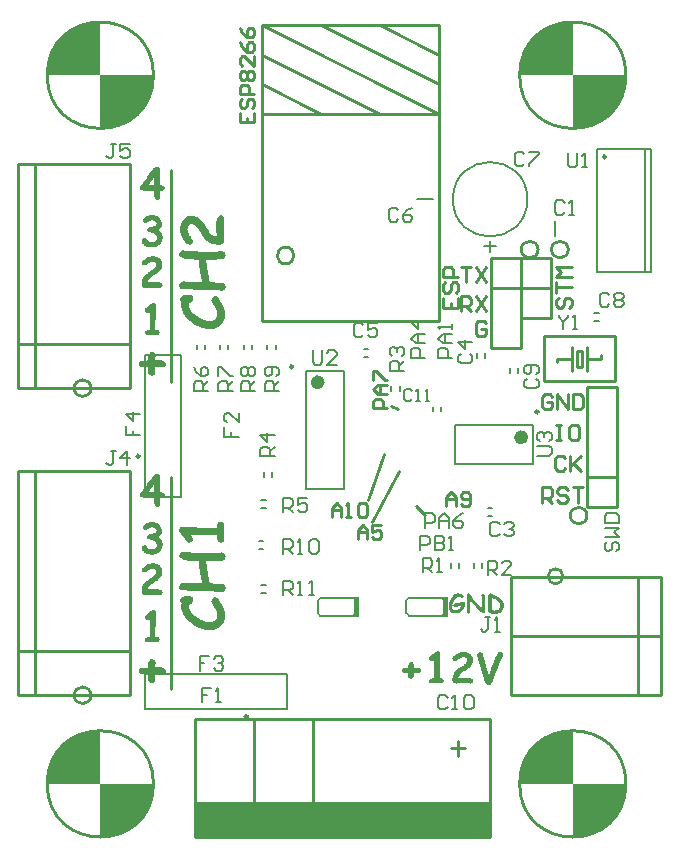
<source format=gto>
G04 Layer_Color=65535*
%FSLAX25Y25*%
%MOIN*%
G70*
G01*
G75*
%ADD43C,0.01000*%
%ADD50C,0.00787*%
%ADD51C,0.00984*%
%ADD52C,0.02362*%
%ADD53C,0.00800*%
%ADD54C,0.00591*%
%ADD55R,0.98425X0.11811*%
%ADD56R,0.02560X0.00730*%
%ADD57R,0.01800X0.06700*%
%ADD58R,0.02300X0.00650*%
G36*
X59974Y209230D02*
X60082Y209203D01*
X60351Y209095D01*
X60512Y209015D01*
X60647Y208880D01*
X60674Y208853D01*
X60701Y208826D01*
X60781Y208719D01*
X60835Y208611D01*
X60997Y208315D01*
X61024Y208154D01*
X61050Y207938D01*
Y207884D01*
Y207750D01*
X61024Y207508D01*
X60997Y207185D01*
Y207158D01*
X60970Y207104D01*
Y207023D01*
X60943Y206916D01*
X60916Y206673D01*
Y206485D01*
X60889Y203633D01*
Y203606D01*
Y203579D01*
Y203471D01*
Y203363D01*
X60916Y203202D01*
Y203014D01*
X60943Y202798D01*
X60970Y202529D01*
Y202502D01*
Y202395D01*
X60997Y202260D01*
Y202099D01*
X61024Y201749D01*
X61050Y201560D01*
Y201399D01*
Y201372D01*
Y201318D01*
Y201211D01*
X61024Y201076D01*
Y201049D01*
X60997Y200969D01*
Y200861D01*
Y200780D01*
Y200753D01*
Y200646D01*
X60970Y200484D01*
X60916Y200323D01*
X60808Y200107D01*
X60701Y199919D01*
X60512Y199758D01*
X60270Y199623D01*
X60243D01*
X60189Y199596D01*
X60082Y199569D01*
X59947Y199542D01*
X59759Y199488D01*
X59517Y199461D01*
X59248Y199435D01*
X58629D01*
X58467Y199461D01*
X58279Y199488D01*
X57875Y199542D01*
X57391Y199623D01*
X56880Y199758D01*
X56368Y199946D01*
X55884Y200215D01*
X55830Y200242D01*
X55722Y200323D01*
X55534Y200484D01*
X55319Y200699D01*
X55023Y200969D01*
X54727Y201318D01*
X54377Y201722D01*
X54027Y202206D01*
Y202233D01*
X54000Y202260D01*
X53946Y202341D01*
X53866Y202422D01*
X53704Y202691D01*
X53489Y203041D01*
X53220Y203417D01*
X52924Y203875D01*
X52628Y204332D01*
X52305Y204817D01*
X52278Y204843D01*
X52251Y204870D01*
X52197Y204951D01*
X52116Y205059D01*
X51874Y205301D01*
X51578Y205597D01*
X51201Y205866D01*
X50771Y206108D01*
X50556Y206216D01*
X50313Y206297D01*
X50071Y206324D01*
X49802Y206350D01*
X49748D01*
X49668Y206324D01*
X49560Y206270D01*
X49452Y206189D01*
X49345Y206081D01*
X49210Y205947D01*
X49076Y205732D01*
X49049Y205705D01*
X49022Y205624D01*
X48968Y205516D01*
X48887Y205355D01*
X48753Y204978D01*
X48726Y204763D01*
X48699Y204548D01*
Y204494D01*
Y204359D01*
X48753Y204171D01*
X48807Y203902D01*
X48914Y203579D01*
X49076Y203202D01*
X49318Y202798D01*
X49614Y202368D01*
X49641Y202314D01*
X49748Y202179D01*
X49910Y201991D01*
X50071Y201749D01*
X50233Y201480D01*
X50394Y201238D01*
X50502Y200995D01*
X50529Y200807D01*
Y200780D01*
Y200726D01*
X50502Y200619D01*
Y200511D01*
X50421Y200215D01*
X50287Y199892D01*
X50260Y199865D01*
X50233Y199811D01*
X50152Y199758D01*
X50071Y199677D01*
X49802Y199515D01*
X49614Y199461D01*
X49425Y199435D01*
X49318D01*
X49210Y199461D01*
X49076Y199488D01*
X48914Y199542D01*
X48753Y199623D01*
X48564Y199731D01*
X48403Y199892D01*
Y199919D01*
X48349Y199946D01*
X48241Y200080D01*
X48053Y200323D01*
X47838Y200592D01*
X47596Y200915D01*
X47326Y201265D01*
X47111Y201614D01*
X46896Y201937D01*
Y201964D01*
X46869Y201991D01*
X46788Y202152D01*
X46681Y202422D01*
X46546Y202745D01*
X46411Y203121D01*
X46304Y203579D01*
X46223Y204063D01*
X46196Y204548D01*
Y204574D01*
Y204628D01*
Y204709D01*
Y204817D01*
X46223Y204978D01*
X46250Y205139D01*
X46304Y205543D01*
X46411Y206001D01*
X46573Y206512D01*
X46788Y207023D01*
X47084Y207535D01*
Y207561D01*
X47138Y207615D01*
X47192Y207669D01*
X47273Y207777D01*
X47488Y208019D01*
X47784Y208315D01*
X48161Y208611D01*
X48618Y208853D01*
X48860Y208961D01*
X49129Y209042D01*
X49425Y209068D01*
X49721Y209095D01*
X49990D01*
X50287Y209068D01*
X50690Y209015D01*
X51121Y208907D01*
X51578Y208772D01*
X52036Y208584D01*
X52493Y208342D01*
X52520Y208315D01*
X52655Y208234D01*
X52816Y208100D01*
X53058Y207884D01*
X53327Y207615D01*
X53650Y207292D01*
X53973Y206916D01*
X54296Y206458D01*
X54323Y206404D01*
X54431Y206243D01*
X54565Y206001D01*
X54754Y205705D01*
X54996Y205355D01*
X55238Y204951D01*
X55803Y204063D01*
Y204036D01*
X55857Y203982D01*
X55911Y203902D01*
X56018Y203767D01*
X56261Y203471D01*
X56583Y203121D01*
X56987Y202771D01*
X57472Y202475D01*
X57714Y202341D01*
X57983Y202233D01*
X58252Y202152D01*
X58521Y202099D01*
Y202126D01*
Y202206D01*
X58494Y202314D01*
Y202475D01*
X58467Y202718D01*
X58440Y202987D01*
X58413Y203283D01*
X58386Y203660D01*
Y203686D01*
Y203740D01*
Y203848D01*
X58359Y203982D01*
Y204171D01*
Y204359D01*
X58333Y204790D01*
X58306Y205274D01*
Y205759D01*
X58279Y206216D01*
Y206404D01*
Y206593D01*
Y206620D01*
Y206727D01*
X58306Y206889D01*
X58333Y207104D01*
X58359Y207373D01*
X58440Y207642D01*
X58521Y207938D01*
X58656Y208234D01*
X58682Y208288D01*
X58736Y208396D01*
X58817Y208557D01*
X58951Y208746D01*
X59113Y208934D01*
X59301Y209095D01*
X59544Y209203D01*
X59786Y209257D01*
X59866D01*
X59974Y209230D01*
D02*
G37*
G36*
X47569Y197497D02*
X47596D01*
X47676Y197470D01*
X47838Y197443D01*
X47999Y197416D01*
X48403Y197336D01*
X48807Y197309D01*
X49129D01*
X49264Y197282D01*
X49452D01*
X49641Y197255D01*
X49721D01*
X49829Y197228D01*
X49964D01*
X50233Y197201D01*
X51175D01*
X51551Y197174D01*
X52036D01*
X52601Y197147D01*
X53247Y197120D01*
X53543D01*
X53866Y197093D01*
X54269D01*
X54700Y197066D01*
X55157D01*
X55588Y197040D01*
X56503D01*
X56799Y197066D01*
X57149D01*
X57579Y197093D01*
X58090Y197120D01*
X58144D01*
X58306Y197147D01*
X58575D01*
X58871Y197174D01*
X59221Y197201D01*
X59570D01*
X59893Y197228D01*
X60270D01*
X60378Y197201D01*
X60512Y197174D01*
X60647Y197120D01*
X60781Y197066D01*
X60943Y196959D01*
X61077Y196824D01*
X61104Y196797D01*
X61131Y196771D01*
X61185Y196690D01*
X61266Y196582D01*
X61400Y196286D01*
X61427Y196098D01*
X61454Y195909D01*
Y195882D01*
Y195802D01*
X61427Y195694D01*
X61400Y195560D01*
X61293Y195237D01*
X61212Y195075D01*
X61104Y194914D01*
X61077Y194887D01*
X61050Y194860D01*
X60970Y194779D01*
X60862Y194725D01*
X60593Y194564D01*
X60405Y194537D01*
X60216Y194510D01*
X59382D01*
X59032Y194483D01*
X58602D01*
X58117Y194456D01*
X57875D01*
X57633Y194429D01*
X56960D01*
X56610Y194402D01*
X55319D01*
X54996Y194429D01*
Y194402D01*
Y194349D01*
Y194268D01*
X55023Y194160D01*
Y193999D01*
X55050Y193837D01*
Y193622D01*
X55076Y193380D01*
X55157Y192842D01*
X55238Y192196D01*
X55346Y191469D01*
X55480Y190662D01*
Y190635D01*
X55507Y190581D01*
Y190474D01*
X55534Y190339D01*
X55561Y190178D01*
X55615Y189989D01*
X55642Y189747D01*
X55695Y189505D01*
X55803Y188940D01*
X55911Y188321D01*
X56018Y187648D01*
X56153Y186948D01*
X56422D01*
X56637Y186922D01*
X56933Y186895D01*
X57283D01*
X57714Y186841D01*
X58225Y186814D01*
X58440D01*
X58656Y186787D01*
X58951D01*
X59275Y186760D01*
X59624D01*
X59974Y186733D01*
X60378D01*
X60458Y186706D01*
X60566Y186679D01*
X60835Y186572D01*
X60970Y186491D01*
X61104Y186356D01*
X61131Y186329D01*
X61158Y186302D01*
X61212Y186195D01*
X61266Y186087D01*
X61400Y185791D01*
X61427Y185630D01*
X61454Y185415D01*
Y185388D01*
Y185334D01*
X61427Y185226D01*
X61400Y185092D01*
X61293Y184769D01*
X61212Y184634D01*
X61104Y184473D01*
X61077Y184446D01*
X61050Y184419D01*
X60970Y184365D01*
X60862Y184311D01*
X60593Y184177D01*
X60432Y184150D01*
X60243Y184123D01*
X59840D01*
X59517Y184150D01*
X59113D01*
X58629Y184177D01*
X58064Y184204D01*
X57391Y184257D01*
X57310D01*
X57202Y184284D01*
X56906D01*
X56745Y184311D01*
X56314Y184338D01*
X55857Y184365D01*
X55373Y184392D01*
X54942Y184419D01*
X53381D01*
X53112Y184446D01*
X51767D01*
X51336Y184473D01*
X50663D01*
X50502Y184500D01*
X50071D01*
X49533Y184527D01*
X48941D01*
X48322Y184553D01*
X47165D01*
X47057Y184580D01*
X46950Y184607D01*
X46654Y184715D01*
X46519Y184796D01*
X46385Y184903D01*
X46358Y184930D01*
X46331Y184984D01*
X46277Y185065D01*
X46196Y185172D01*
X46062Y185468D01*
X46035Y185630D01*
X46008Y185845D01*
Y185872D01*
Y185953D01*
X46035Y186033D01*
X46062Y186168D01*
X46169Y186491D01*
X46250Y186652D01*
X46385Y186787D01*
X46411Y186814D01*
X46438Y186841D01*
X46519Y186895D01*
X46627Y186975D01*
X46923Y187110D01*
X47111Y187137D01*
X47300Y187164D01*
X47838D01*
X48161Y187137D01*
X48537D01*
X48995Y187110D01*
X49506Y187083D01*
X49748D01*
X50017Y187056D01*
X50690D01*
X51040Y187029D01*
X52036D01*
X52197Y187002D01*
X52385D01*
X52628Y186975D01*
X52735D01*
X52843Y186948D01*
X53597D01*
X52924Y190662D01*
Y190689D01*
X52897Y190770D01*
Y190877D01*
X52870Y191039D01*
X52843Y191227D01*
X52789Y191442D01*
X52735Y191954D01*
X52655Y192546D01*
X52574Y193165D01*
X52520Y193810D01*
X52466Y194429D01*
X52224D01*
X52116Y194456D01*
X51336D01*
X51040Y194483D01*
X50717D01*
X50340Y194510D01*
X49479D01*
X48968Y194537D01*
X48833D01*
X48672Y194564D01*
X48457Y194618D01*
X48215Y194671D01*
X47918Y194752D01*
X47569Y194860D01*
X47219Y194994D01*
X47192D01*
X47165Y195021D01*
X47030Y195102D01*
X46842Y195210D01*
X46600Y195344D01*
X46385Y195533D01*
X46196Y195721D01*
X46062Y195963D01*
X46008Y196071D01*
Y196205D01*
Y196232D01*
Y196286D01*
X46035Y196394D01*
X46062Y196501D01*
X46142Y196797D01*
X46250Y196959D01*
X46358Y197120D01*
X46385Y197147D01*
X46411Y197201D01*
X46492Y197255D01*
X46600Y197336D01*
X46896Y197497D01*
X47084Y197524D01*
X47273Y197551D01*
X47380D01*
X47569Y197497D01*
D02*
G37*
G36*
X49533Y182777D02*
X49641D01*
X49937Y182670D01*
X50071Y182616D01*
X50233Y182508D01*
X50260Y182481D01*
X50313Y182428D01*
X50394Y182347D01*
X50475Y182239D01*
X50582Y182078D01*
X50663Y181916D01*
X50717Y181701D01*
X50744Y181459D01*
Y181432D01*
X50717Y181324D01*
X50690Y181163D01*
X50636Y180974D01*
X50529Y180759D01*
X50367Y180544D01*
X50125Y180329D01*
X49829Y180167D01*
X49802D01*
X49748Y180140D01*
X49614Y180059D01*
X49425Y179925D01*
X49372Y179844D01*
X49318Y179763D01*
X49291Y179736D01*
Y179683D01*
X49264Y179629D01*
Y179521D01*
X49237Y179387D01*
Y179225D01*
Y179010D01*
Y178956D01*
X49264Y178795D01*
X49345Y178552D01*
X49479Y178203D01*
X49587Y178014D01*
X49694Y177799D01*
X49856Y177557D01*
X50044Y177315D01*
X50260Y177046D01*
X50529Y176776D01*
X50798Y176480D01*
X51148Y176184D01*
X51175Y176157D01*
X51255Y176104D01*
X51417Y175969D01*
X51605Y175835D01*
X51820Y175673D01*
X52116Y175485D01*
X52412Y175296D01*
X52762Y175081D01*
X53112Y174866D01*
X53516Y174677D01*
X54350Y174328D01*
X54781Y174193D01*
X55211Y174085D01*
X55668Y174005D01*
X56099Y173978D01*
X56261D01*
X56476Y174005D01*
X56718Y174058D01*
X56987Y174139D01*
X57310Y174274D01*
X57606Y174435D01*
X57902Y174677D01*
X57929Y174704D01*
X58010Y174812D01*
X58144Y174946D01*
X58279Y175162D01*
X58413Y175404D01*
X58548Y175700D01*
X58629Y176023D01*
X58656Y176373D01*
Y176427D01*
Y176534D01*
X58629Y176723D01*
X58602Y176965D01*
X58548Y177261D01*
X58440Y177584D01*
X58333Y177934D01*
X58171Y178310D01*
Y178337D01*
X58117Y178391D01*
X58064Y178472D01*
X57983Y178633D01*
X57848Y178822D01*
X57687Y179064D01*
X57472Y179387D01*
X57202Y179763D01*
X57175Y179790D01*
X57122Y179898D01*
X57041Y180033D01*
X56933Y180194D01*
X56772Y180571D01*
X56718Y180759D01*
X56691Y180921D01*
Y180947D01*
Y181028D01*
X56718Y181109D01*
X56745Y181244D01*
X56799Y181405D01*
X56880Y181566D01*
X56987Y181728D01*
X57122Y181889D01*
X57149Y181916D01*
X57202Y181943D01*
X57283Y182024D01*
X57391Y182105D01*
X57687Y182239D01*
X57848Y182266D01*
X58037Y182293D01*
X58117D01*
X58225Y182266D01*
X58359Y182239D01*
X58521Y182158D01*
X58682Y182078D01*
X58871Y181943D01*
X59032Y181782D01*
X59059Y181755D01*
X59140Y181674D01*
X59248Y181513D01*
X59382Y181324D01*
X59544Y181082D01*
X59732Y180786D01*
X59947Y180463D01*
X60136Y180113D01*
X60351Y179710D01*
X60566Y179279D01*
X60916Y178364D01*
X61050Y177880D01*
X61158Y177368D01*
X61239Y176857D01*
X61266Y176346D01*
Y176319D01*
Y176238D01*
Y176130D01*
X61239Y175996D01*
X61212Y175808D01*
X61185Y175592D01*
X61077Y175081D01*
X60889Y174489D01*
X60755Y174193D01*
X60593Y173870D01*
X60432Y173574D01*
X60216Y173278D01*
X59974Y172982D01*
X59705Y172686D01*
X59678Y172659D01*
X59624Y172632D01*
X59544Y172552D01*
X59436Y172471D01*
X59275Y172363D01*
X59113Y172229D01*
X58898Y172094D01*
X58682Y171986D01*
X58144Y171717D01*
X57525Y171475D01*
X56853Y171314D01*
X56476Y171287D01*
X56099Y171260D01*
X55964D01*
X55776Y171287D01*
X55534Y171314D01*
X55238Y171341D01*
X54888Y171421D01*
X54511Y171502D01*
X54054Y171610D01*
X53597Y171771D01*
X53058Y171959D01*
X52520Y172175D01*
X51955Y172444D01*
X51363Y172767D01*
X50744Y173143D01*
X50125Y173601D01*
X49506Y174085D01*
X49479Y174112D01*
X49372Y174193D01*
X49237Y174328D01*
X49049Y174489D01*
X48833Y174731D01*
X48591Y174973D01*
X48322Y175269D01*
X48053Y175592D01*
X47784Y175969D01*
X47542Y176346D01*
X47300Y176750D01*
X47084Y177180D01*
X46896Y177611D01*
X46761Y178068D01*
X46654Y178525D01*
X46627Y179010D01*
Y179037D01*
Y179091D01*
Y179171D01*
Y179279D01*
X46654Y179521D01*
X46681Y179763D01*
Y179790D01*
Y179817D01*
X46707Y179979D01*
X46734Y180167D01*
X46761Y180382D01*
X46734Y180409D01*
X46681Y180463D01*
X46627Y180544D01*
X46546Y180678D01*
X46465Y180813D01*
X46385Y181001D01*
X46358Y181190D01*
X46331Y181405D01*
Y181459D01*
X46358Y181566D01*
X46385Y181728D01*
X46465Y181943D01*
X46600Y182132D01*
X46815Y182347D01*
X47084Y182508D01*
X47461Y182616D01*
X47488D01*
X47596Y182643D01*
X47784Y182670D01*
X47999Y182723D01*
X48268Y182750D01*
X48618Y182777D01*
X48968Y182804D01*
X49452D01*
X49533Y182777D01*
D02*
G37*
G36*
Y82384D02*
X49641D01*
X49937Y82276D01*
X50071Y82222D01*
X50233Y82114D01*
X50260Y82088D01*
X50313Y82034D01*
X50394Y81953D01*
X50475Y81845D01*
X50582Y81684D01*
X50663Y81523D01*
X50717Y81307D01*
X50744Y81065D01*
Y81038D01*
X50717Y80931D01*
X50690Y80769D01*
X50636Y80581D01*
X50529Y80365D01*
X50367Y80150D01*
X50125Y79935D01*
X49829Y79773D01*
X49802D01*
X49748Y79746D01*
X49614Y79666D01*
X49425Y79531D01*
X49372Y79450D01*
X49318Y79370D01*
X49291Y79343D01*
Y79289D01*
X49264Y79235D01*
Y79128D01*
X49237Y78993D01*
Y78831D01*
Y78616D01*
Y78562D01*
X49264Y78401D01*
X49345Y78159D01*
X49479Y77809D01*
X49587Y77621D01*
X49694Y77405D01*
X49856Y77163D01*
X50044Y76921D01*
X50260Y76652D01*
X50529Y76383D01*
X50798Y76087D01*
X51148Y75791D01*
X51175Y75764D01*
X51255Y75710D01*
X51417Y75575D01*
X51605Y75441D01*
X51820Y75279D01*
X52116Y75091D01*
X52412Y74903D01*
X52762Y74687D01*
X53112Y74472D01*
X53516Y74284D01*
X54350Y73934D01*
X54781Y73799D01*
X55211Y73692D01*
X55668Y73611D01*
X56099Y73584D01*
X56261D01*
X56476Y73611D01*
X56718Y73665D01*
X56987Y73746D01*
X57310Y73880D01*
X57606Y74041D01*
X57902Y74284D01*
X57929Y74311D01*
X58010Y74418D01*
X58144Y74553D01*
X58279Y74768D01*
X58413Y75010D01*
X58548Y75306D01*
X58629Y75629D01*
X58656Y75979D01*
Y76033D01*
Y76140D01*
X58629Y76329D01*
X58602Y76571D01*
X58548Y76867D01*
X58440Y77190D01*
X58333Y77540D01*
X58171Y77917D01*
Y77943D01*
X58117Y77997D01*
X58064Y78078D01*
X57983Y78240D01*
X57848Y78428D01*
X57687Y78670D01*
X57472Y78993D01*
X57202Y79370D01*
X57175Y79397D01*
X57122Y79504D01*
X57041Y79639D01*
X56933Y79800D01*
X56772Y80177D01*
X56718Y80365D01*
X56691Y80527D01*
Y80554D01*
Y80634D01*
X56718Y80715D01*
X56745Y80850D01*
X56799Y81011D01*
X56880Y81173D01*
X56987Y81334D01*
X57122Y81496D01*
X57149Y81523D01*
X57202Y81549D01*
X57283Y81630D01*
X57391Y81711D01*
X57687Y81845D01*
X57848Y81872D01*
X58037Y81899D01*
X58117D01*
X58225Y81872D01*
X58359Y81845D01*
X58521Y81765D01*
X58682Y81684D01*
X58871Y81549D01*
X59032Y81388D01*
X59059Y81361D01*
X59140Y81280D01*
X59248Y81119D01*
X59382Y80931D01*
X59544Y80688D01*
X59732Y80392D01*
X59947Y80069D01*
X60136Y79720D01*
X60351Y79316D01*
X60566Y78885D01*
X60916Y77970D01*
X61050Y77486D01*
X61158Y76975D01*
X61239Y76463D01*
X61266Y75952D01*
Y75925D01*
Y75845D01*
Y75737D01*
X61239Y75602D01*
X61212Y75414D01*
X61185Y75199D01*
X61077Y74687D01*
X60889Y74095D01*
X60755Y73799D01*
X60593Y73476D01*
X60432Y73180D01*
X60216Y72884D01*
X59974Y72588D01*
X59705Y72292D01*
X59678Y72265D01*
X59624Y72238D01*
X59544Y72158D01*
X59436Y72077D01*
X59275Y71969D01*
X59113Y71835D01*
X58898Y71700D01*
X58682Y71593D01*
X58144Y71324D01*
X57525Y71081D01*
X56853Y70920D01*
X56476Y70893D01*
X56099Y70866D01*
X55964D01*
X55776Y70893D01*
X55534Y70920D01*
X55238Y70947D01*
X54888Y71028D01*
X54511Y71108D01*
X54054Y71216D01*
X53597Y71377D01*
X53058Y71566D01*
X52520Y71781D01*
X51955Y72050D01*
X51363Y72373D01*
X50744Y72750D01*
X50125Y73207D01*
X49506Y73692D01*
X49479Y73719D01*
X49372Y73799D01*
X49237Y73934D01*
X49049Y74095D01*
X48833Y74338D01*
X48591Y74580D01*
X48322Y74876D01*
X48053Y75199D01*
X47784Y75575D01*
X47542Y75952D01*
X47300Y76356D01*
X47084Y76786D01*
X46896Y77217D01*
X46761Y77674D01*
X46654Y78132D01*
X46627Y78616D01*
Y78643D01*
Y78697D01*
Y78778D01*
Y78885D01*
X46654Y79128D01*
X46681Y79370D01*
Y79397D01*
Y79423D01*
X46707Y79585D01*
X46734Y79773D01*
X46761Y79989D01*
X46734Y80015D01*
X46681Y80069D01*
X46627Y80150D01*
X46546Y80285D01*
X46465Y80419D01*
X46385Y80608D01*
X46358Y80796D01*
X46331Y81011D01*
Y81065D01*
X46358Y81173D01*
X46385Y81334D01*
X46465Y81549D01*
X46600Y81738D01*
X46815Y81953D01*
X47084Y82114D01*
X47461Y82222D01*
X47488D01*
X47596Y82249D01*
X47784Y82276D01*
X47999Y82330D01*
X48268Y82357D01*
X48618Y82384D01*
X48968Y82411D01*
X49452D01*
X49533Y82384D01*
D02*
G37*
G36*
X37667Y77673D02*
X37763Y77654D01*
X37897Y77596D01*
X38013Y77519D01*
X38109Y77385D01*
X38186Y77193D01*
X38205Y76943D01*
Y76904D01*
Y76789D01*
Y76597D01*
Y76347D01*
X38186Y76020D01*
X38166Y75617D01*
X38147Y75155D01*
X38128Y74617D01*
Y74598D01*
Y74540D01*
Y74463D01*
Y74348D01*
X38109Y74194D01*
Y74002D01*
Y73791D01*
Y73522D01*
X38089Y73252D01*
Y72926D01*
Y72580D01*
Y72195D01*
X38070Y71773D01*
Y71330D01*
Y70850D01*
Y70350D01*
Y68697D01*
X38589D01*
X38647Y68678D01*
X38743Y68659D01*
X38974Y68582D01*
X39089Y68524D01*
X39185Y68428D01*
X39204Y68409D01*
X39224Y68390D01*
X39281Y68332D01*
X39339Y68255D01*
X39435Y68063D01*
X39454Y67948D01*
X39473Y67813D01*
Y67794D01*
Y67756D01*
X39454Y67679D01*
X39435Y67583D01*
X39397Y67487D01*
X39358Y67390D01*
X39281Y67275D01*
X39185Y67179D01*
X39166Y67160D01*
X39147Y67141D01*
X39070Y67102D01*
X38993Y67064D01*
X38781Y66968D01*
X38666Y66948D01*
X38512Y66929D01*
X35649D01*
X35572Y66948D01*
X35360Y66968D01*
X35130Y67025D01*
X34880Y67121D01*
X34688Y67275D01*
X34591Y67371D01*
X34534Y67467D01*
X34495Y67602D01*
X34476Y67736D01*
Y67756D01*
Y67775D01*
X34495Y67890D01*
X34553Y68025D01*
X34668Y68198D01*
X34745Y68294D01*
X34841Y68371D01*
X34957Y68448D01*
X35091Y68524D01*
X35264Y68582D01*
X35456Y68621D01*
X35687Y68640D01*
X35937Y68659D01*
X36244D01*
Y74790D01*
X36225Y74771D01*
X36148Y74732D01*
X36033Y74656D01*
X35918Y74598D01*
X35649Y74444D01*
X35533Y74406D01*
X35456Y74387D01*
X35399D01*
X35322Y74406D01*
X35226Y74425D01*
X34995Y74502D01*
X34880Y74559D01*
X34764Y74656D01*
X34745Y74675D01*
X34726Y74713D01*
X34688Y74752D01*
X34630Y74828D01*
X34534Y75040D01*
X34515Y75155D01*
X34495Y75290D01*
Y75309D01*
Y75348D01*
X34515Y75424D01*
X34553Y75540D01*
X34611Y75655D01*
X34688Y75789D01*
X34803Y75924D01*
X34957Y76078D01*
X35726Y76635D01*
X36571Y77308D01*
X36590Y77327D01*
X36667Y77366D01*
X36763Y77423D01*
X36898Y77500D01*
X37052Y77577D01*
X37205Y77635D01*
X37398Y77673D01*
X37571Y77692D01*
X37590D01*
X37667Y77673D01*
D02*
G37*
G36*
X59974Y107060D02*
X60109Y107033D01*
X60243Y106979D01*
X60378Y106925D01*
X60539Y106818D01*
X60674Y106683D01*
X60701Y106656D01*
X60728Y106630D01*
X60781Y106522D01*
X60835Y106414D01*
X60970Y106118D01*
X60997Y105957D01*
X61024Y105742D01*
Y101893D01*
Y101866D01*
Y101813D01*
Y101732D01*
X60997Y101624D01*
X60970Y101328D01*
X60889Y101005D01*
X60755Y100655D01*
X60539Y100386D01*
X60405Y100252D01*
X60270Y100171D01*
X60082Y100117D01*
X59893Y100090D01*
X59840D01*
X59678Y100117D01*
X59490Y100198D01*
X59248Y100359D01*
X59113Y100467D01*
X59005Y100602D01*
X58898Y100763D01*
X58790Y100952D01*
X58709Y101194D01*
X58656Y101463D01*
X58629Y101786D01*
X58602Y102136D01*
Y102163D01*
Y102270D01*
Y102405D01*
Y102566D01*
X50017D01*
X50044Y102539D01*
X50098Y102432D01*
X50206Y102270D01*
X50287Y102109D01*
X50502Y101732D01*
X50556Y101570D01*
X50582Y101463D01*
Y101436D01*
Y101382D01*
X50556Y101274D01*
X50529Y101140D01*
X50421Y100817D01*
X50340Y100655D01*
X50206Y100494D01*
X50179Y100467D01*
X50125Y100440D01*
X50071Y100386D01*
X49964Y100306D01*
X49668Y100171D01*
X49506Y100144D01*
X49318Y100117D01*
X49237D01*
X49129Y100144D01*
X48968Y100198D01*
X48807Y100279D01*
X48618Y100386D01*
X48430Y100548D01*
X48215Y100763D01*
X47434Y101839D01*
X46492Y103024D01*
X46465Y103050D01*
X46411Y103158D01*
X46331Y103293D01*
X46223Y103481D01*
X46115Y103696D01*
X46035Y103912D01*
X45981Y104181D01*
X45954Y104423D01*
Y104450D01*
X45981Y104558D01*
X46008Y104692D01*
X46089Y104880D01*
X46196Y105042D01*
X46385Y105176D01*
X46654Y105284D01*
X47003Y105311D01*
X47838D01*
X48295Y105284D01*
X48860Y105257D01*
X49506Y105230D01*
X50260Y105203D01*
X50636D01*
X50852Y105176D01*
X51793D01*
X52170Y105149D01*
X53650D01*
X54242Y105123D01*
X58548D01*
Y105742D01*
Y105768D01*
Y105849D01*
X58575Y105930D01*
X58602Y106064D01*
X58709Y106387D01*
X58790Y106549D01*
X58925Y106683D01*
X58951Y106710D01*
X58978Y106737D01*
X59059Y106818D01*
X59167Y106899D01*
X59436Y107033D01*
X59597Y107060D01*
X59786Y107087D01*
X59866D01*
X59974Y107060D01*
D02*
G37*
G36*
X47569Y97103D02*
X47596D01*
X47676Y97076D01*
X47838Y97050D01*
X47999Y97023D01*
X48403Y96942D01*
X48807Y96915D01*
X49129D01*
X49264Y96888D01*
X49452D01*
X49641Y96861D01*
X49721D01*
X49829Y96834D01*
X49964D01*
X50233Y96807D01*
X51175D01*
X51551Y96781D01*
X52036D01*
X52601Y96754D01*
X53247Y96727D01*
X53543D01*
X53866Y96700D01*
X54269D01*
X54700Y96673D01*
X55157D01*
X55588Y96646D01*
X56503D01*
X56799Y96673D01*
X57149D01*
X57579Y96700D01*
X58090Y96727D01*
X58144D01*
X58306Y96754D01*
X58575D01*
X58871Y96781D01*
X59221Y96807D01*
X59570D01*
X59893Y96834D01*
X60270D01*
X60378Y96807D01*
X60512Y96781D01*
X60647Y96727D01*
X60781Y96673D01*
X60943Y96565D01*
X61077Y96431D01*
X61104Y96404D01*
X61131Y96377D01*
X61185Y96296D01*
X61266Y96188D01*
X61400Y95892D01*
X61427Y95704D01*
X61454Y95516D01*
Y95489D01*
Y95408D01*
X61427Y95300D01*
X61400Y95166D01*
X61293Y94843D01*
X61212Y94682D01*
X61104Y94520D01*
X61077Y94493D01*
X61050Y94466D01*
X60970Y94385D01*
X60862Y94332D01*
X60593Y94170D01*
X60405Y94143D01*
X60216Y94116D01*
X59382D01*
X59032Y94090D01*
X58602D01*
X58117Y94063D01*
X57875D01*
X57633Y94036D01*
X56960D01*
X56610Y94009D01*
X55319D01*
X54996Y94036D01*
Y94009D01*
Y93955D01*
Y93874D01*
X55023Y93766D01*
Y93605D01*
X55050Y93444D01*
Y93228D01*
X55076Y92986D01*
X55157Y92448D01*
X55238Y91802D01*
X55346Y91075D01*
X55480Y90268D01*
Y90241D01*
X55507Y90188D01*
Y90080D01*
X55534Y89945D01*
X55561Y89784D01*
X55615Y89596D01*
X55642Y89353D01*
X55695Y89111D01*
X55803Y88546D01*
X55911Y87927D01*
X56018Y87254D01*
X56153Y86555D01*
X56422D01*
X56637Y86528D01*
X56933Y86501D01*
X57283D01*
X57714Y86447D01*
X58225Y86420D01*
X58440D01*
X58656Y86393D01*
X58951D01*
X59275Y86366D01*
X59624D01*
X59974Y86339D01*
X60378D01*
X60458Y86313D01*
X60566Y86286D01*
X60835Y86178D01*
X60970Y86097D01*
X61104Y85963D01*
X61131Y85936D01*
X61158Y85909D01*
X61212Y85801D01*
X61266Y85694D01*
X61400Y85397D01*
X61427Y85236D01*
X61454Y85021D01*
Y84994D01*
Y84940D01*
X61427Y84832D01*
X61400Y84698D01*
X61293Y84375D01*
X61212Y84240D01*
X61104Y84079D01*
X61077Y84052D01*
X61050Y84025D01*
X60970Y83971D01*
X60862Y83917D01*
X60593Y83783D01*
X60432Y83756D01*
X60243Y83729D01*
X59840D01*
X59517Y83756D01*
X59113D01*
X58629Y83783D01*
X58064Y83810D01*
X57391Y83864D01*
X57310D01*
X57202Y83891D01*
X56906D01*
X56745Y83917D01*
X56314Y83944D01*
X55857Y83971D01*
X55373Y83998D01*
X54942Y84025D01*
X53381D01*
X53112Y84052D01*
X51767D01*
X51336Y84079D01*
X50663D01*
X50502Y84106D01*
X50071D01*
X49533Y84133D01*
X48941D01*
X48322Y84160D01*
X47165D01*
X47057Y84187D01*
X46950Y84214D01*
X46654Y84321D01*
X46519Y84402D01*
X46385Y84509D01*
X46358Y84536D01*
X46331Y84590D01*
X46277Y84671D01*
X46196Y84779D01*
X46062Y85075D01*
X46035Y85236D01*
X46008Y85451D01*
Y85478D01*
Y85559D01*
X46035Y85640D01*
X46062Y85774D01*
X46169Y86097D01*
X46250Y86259D01*
X46385Y86393D01*
X46411Y86420D01*
X46438Y86447D01*
X46519Y86501D01*
X46627Y86582D01*
X46923Y86716D01*
X47111Y86743D01*
X47300Y86770D01*
X47838D01*
X48161Y86743D01*
X48537D01*
X48995Y86716D01*
X49506Y86689D01*
X49748D01*
X50017Y86662D01*
X50690D01*
X51040Y86635D01*
X52036D01*
X52197Y86608D01*
X52385D01*
X52628Y86582D01*
X52735D01*
X52843Y86555D01*
X53597D01*
X52924Y90268D01*
Y90295D01*
X52897Y90376D01*
Y90483D01*
X52870Y90645D01*
X52843Y90833D01*
X52789Y91049D01*
X52735Y91560D01*
X52655Y92152D01*
X52574Y92771D01*
X52520Y93417D01*
X52466Y94036D01*
X52224D01*
X52116Y94063D01*
X51336D01*
X51040Y94090D01*
X50717D01*
X50340Y94116D01*
X49479D01*
X48968Y94143D01*
X48833D01*
X48672Y94170D01*
X48457Y94224D01*
X48215Y94278D01*
X47918Y94359D01*
X47569Y94466D01*
X47219Y94601D01*
X47192D01*
X47165Y94628D01*
X47030Y94708D01*
X46842Y94816D01*
X46600Y94951D01*
X46385Y95139D01*
X46196Y95327D01*
X46062Y95569D01*
X46008Y95677D01*
Y95812D01*
Y95839D01*
Y95892D01*
X46035Y96000D01*
X46062Y96108D01*
X46142Y96404D01*
X46250Y96565D01*
X46358Y96727D01*
X46385Y96754D01*
X46411Y96807D01*
X46492Y96861D01*
X46600Y96942D01*
X46896Y97103D01*
X47084Y97130D01*
X47273Y97157D01*
X47380D01*
X47569Y97103D01*
D02*
G37*
G36*
X153137Y63721D02*
X153233Y63701D01*
X153349Y63663D01*
X153464Y63625D01*
X153579Y63548D01*
X153694Y63451D01*
X153714Y63432D01*
X153752Y63413D01*
X153791Y63355D01*
X153848Y63279D01*
X153964Y63067D01*
X153983Y62933D01*
X154002Y62798D01*
Y62779D01*
Y62740D01*
Y62702D01*
X153983Y62625D01*
X153925Y62433D01*
X153810Y62241D01*
X153791Y62221D01*
X153752Y62145D01*
X153675Y62029D01*
X153579Y61875D01*
X153464Y61683D01*
X153349Y61472D01*
X153233Y61222D01*
X153118Y60953D01*
X153099Y60934D01*
X153079Y60876D01*
X153041Y60761D01*
X152983Y60607D01*
X152945Y60492D01*
X152907Y60357D01*
X152849Y60203D01*
X152772Y60030D01*
X152695Y59819D01*
X152618Y59588D01*
Y59569D01*
X152580Y59511D01*
X152560Y59415D01*
X152503Y59281D01*
X152426Y59127D01*
X152349Y58916D01*
X152253Y58666D01*
X152157Y58397D01*
X152022Y58070D01*
X151888Y57724D01*
X151734Y57320D01*
X151561Y56897D01*
X151388Y56436D01*
X151196Y55917D01*
X150985Y55379D01*
X150754Y54803D01*
X150735Y54764D01*
X150696Y54668D01*
X150638Y54495D01*
X150542Y54284D01*
X150427Y54034D01*
X150293Y53745D01*
X149985Y53150D01*
X149966Y53130D01*
X149927Y53073D01*
X149850Y52977D01*
X149754Y52881D01*
X149639Y52765D01*
X149485Y52688D01*
X149312Y52612D01*
X149120Y52592D01*
X149082D01*
X149005Y52612D01*
X148890Y52631D01*
X148736Y52669D01*
X148563Y52765D01*
X148409Y52881D01*
X148255Y53034D01*
X148140Y53265D01*
Y53284D01*
X148101Y53361D01*
X148063Y53476D01*
X147986Y53630D01*
X147909Y53842D01*
X147813Y54091D01*
X147717Y54399D01*
X147583Y54745D01*
X147448Y55129D01*
X147313Y55552D01*
X147160Y56033D01*
X146987Y56551D01*
X146814Y57109D01*
X146641Y57724D01*
X146449Y58358D01*
X146256Y59050D01*
Y59069D01*
X146237Y59089D01*
X146218Y59204D01*
X146160Y59396D01*
X146083Y59627D01*
X146007Y59915D01*
X145910Y60223D01*
X145814Y60568D01*
X145699Y60914D01*
Y60934D01*
X145680Y60972D01*
X145661Y61030D01*
X145641Y61126D01*
X145584Y61357D01*
X145507Y61626D01*
X145430Y61914D01*
X145372Y62221D01*
X145334Y62490D01*
X145315Y62702D01*
Y62721D01*
Y62779D01*
X145334Y62856D01*
X145353Y62952D01*
X145391Y63048D01*
X145430Y63182D01*
X145507Y63279D01*
X145603Y63394D01*
X145622Y63413D01*
X145661Y63432D01*
X145718Y63471D01*
X145795Y63528D01*
X146007Y63605D01*
X146141Y63625D01*
X146276Y63644D01*
X146314D01*
X146391Y63625D01*
X146506Y63605D01*
X146641Y63567D01*
X146794Y63471D01*
X146948Y63355D01*
X147102Y63182D01*
X147217Y62952D01*
Y62933D01*
X147237Y62856D01*
X147275Y62721D01*
X147294Y62567D01*
X147352Y62394D01*
X147390Y62183D01*
X147486Y61760D01*
X147506Y61722D01*
X147525Y61626D01*
X147583Y61453D01*
X147659Y61203D01*
X147756Y60876D01*
X147852Y60492D01*
X147986Y60030D01*
X148140Y59511D01*
Y59492D01*
X148159Y59415D01*
X148198Y59319D01*
X148236Y59185D01*
X148275Y59012D01*
X148332Y58820D01*
X148390Y58589D01*
X148467Y58339D01*
X148620Y57801D01*
X148793Y57224D01*
X148986Y56609D01*
X149178Y56033D01*
X149197Y56071D01*
X149216Y56148D01*
X149274Y56283D01*
X149351Y56475D01*
X149428Y56686D01*
X149543Y56955D01*
X149658Y57244D01*
X149774Y57551D01*
X150023Y58205D01*
X150293Y58916D01*
X150562Y59588D01*
X150677Y59915D01*
X150792Y60223D01*
X150812Y60261D01*
X150850Y60357D01*
X150908Y60530D01*
X150985Y60722D01*
X151061Y60972D01*
X151157Y61260D01*
X151273Y61549D01*
X151388Y61856D01*
Y61875D01*
X151407Y61895D01*
X151465Y62029D01*
X151542Y62202D01*
X151657Y62414D01*
X151772Y62664D01*
X151926Y62913D01*
X152099Y63163D01*
X152272Y63375D01*
X152292Y63394D01*
X152330Y63432D01*
X152388Y63490D01*
X152484Y63567D01*
X152580Y63625D01*
X152714Y63682D01*
X152849Y63721D01*
X153003Y63740D01*
X153079D01*
X153137Y63721D01*
D02*
G37*
G36*
X132360Y63894D02*
X132456Y63874D01*
X132591Y63817D01*
X132706Y63740D01*
X132802Y63605D01*
X132879Y63413D01*
X132898Y63163D01*
Y63125D01*
Y63010D01*
Y62817D01*
Y62567D01*
X132879Y62241D01*
X132860Y61837D01*
X132841Y61376D01*
X132822Y60838D01*
Y60818D01*
Y60761D01*
Y60684D01*
Y60568D01*
X132802Y60415D01*
Y60223D01*
Y60011D01*
Y59742D01*
X132783Y59473D01*
Y59146D01*
Y58800D01*
Y58416D01*
X132764Y57993D01*
Y57551D01*
Y57070D01*
Y56571D01*
Y54918D01*
X133283D01*
X133341Y54899D01*
X133437Y54879D01*
X133667Y54803D01*
X133783Y54745D01*
X133879Y54649D01*
X133898Y54629D01*
X133917Y54610D01*
X133975Y54553D01*
X134032Y54476D01*
X134129Y54284D01*
X134148Y54168D01*
X134167Y54034D01*
Y54014D01*
Y53976D01*
X134148Y53899D01*
X134129Y53803D01*
X134090Y53707D01*
X134052Y53611D01*
X133975Y53496D01*
X133879Y53399D01*
X133860Y53380D01*
X133840Y53361D01*
X133763Y53323D01*
X133686Y53284D01*
X133475Y53188D01*
X133360Y53169D01*
X133206Y53150D01*
X130342D01*
X130265Y53169D01*
X130054Y53188D01*
X129823Y53246D01*
X129573Y53342D01*
X129381Y53496D01*
X129285Y53592D01*
X129227Y53688D01*
X129189Y53822D01*
X129170Y53957D01*
Y53976D01*
Y53995D01*
X129189Y54111D01*
X129247Y54245D01*
X129362Y54418D01*
X129439Y54514D01*
X129535Y54591D01*
X129650Y54668D01*
X129785Y54745D01*
X129958Y54803D01*
X130150Y54841D01*
X130381Y54860D01*
X130631Y54879D01*
X130938D01*
Y61011D01*
X130919Y60991D01*
X130842Y60953D01*
X130727Y60876D01*
X130611Y60818D01*
X130342Y60665D01*
X130227Y60626D01*
X130150Y60607D01*
X130092D01*
X130016Y60626D01*
X129919Y60645D01*
X129689Y60722D01*
X129573Y60780D01*
X129458Y60876D01*
X129439Y60895D01*
X129420Y60934D01*
X129381Y60972D01*
X129324Y61049D01*
X129227Y61260D01*
X129208Y61376D01*
X129189Y61510D01*
Y61529D01*
Y61568D01*
X129208Y61645D01*
X129247Y61760D01*
X129304Y61875D01*
X129381Y62010D01*
X129497Y62145D01*
X129650Y62298D01*
X130419Y62856D01*
X131265Y63528D01*
X131284Y63548D01*
X131361Y63586D01*
X131457Y63644D01*
X131591Y63721D01*
X131745Y63797D01*
X131899Y63855D01*
X132091Y63894D01*
X132264Y63913D01*
X132283D01*
X132360Y63894D01*
D02*
G37*
G36*
X141009Y63721D02*
X141125Y63701D01*
X141413Y63663D01*
X141740Y63586D01*
X142105Y63471D01*
X142470Y63317D01*
X142835Y63106D01*
X142854D01*
X142893Y63067D01*
X142931Y63029D01*
X143008Y62971D01*
X143181Y62817D01*
X143393Y62606D01*
X143604Y62337D01*
X143777Y62010D01*
X143854Y61837D01*
X143912Y61645D01*
X143931Y61433D01*
X143950Y61222D01*
Y61203D01*
Y61164D01*
Y61107D01*
Y61030D01*
X143931Y60818D01*
X143892Y60530D01*
X143815Y60223D01*
X143719Y59896D01*
X143585Y59569D01*
X143412Y59242D01*
X143393Y59223D01*
X143335Y59127D01*
X143239Y59012D01*
X143085Y58839D01*
X142893Y58647D01*
X142662Y58416D01*
X142393Y58185D01*
X142066Y57955D01*
X142028Y57935D01*
X141913Y57859D01*
X141740Y57762D01*
X141528Y57628D01*
X141278Y57455D01*
X140990Y57282D01*
X140356Y56878D01*
X140337D01*
X140298Y56840D01*
X140241Y56801D01*
X140144Y56725D01*
X139933Y56551D01*
X139683Y56321D01*
X139433Y56033D01*
X139222Y55687D01*
X139126Y55514D01*
X139049Y55322D01*
X138991Y55129D01*
X138953Y54937D01*
X139030D01*
X139107Y54956D01*
X139222D01*
X139395Y54975D01*
X139587Y54995D01*
X139798Y55014D01*
X140068Y55033D01*
X140202D01*
X140298Y55052D01*
X140567D01*
X140875Y55072D01*
X141221Y55091D01*
X141567D01*
X141893Y55110D01*
X142259D01*
X142374Y55091D01*
X142528Y55072D01*
X142720Y55052D01*
X142912Y54995D01*
X143123Y54937D01*
X143335Y54841D01*
X143373Y54822D01*
X143450Y54783D01*
X143566Y54726D01*
X143700Y54629D01*
X143835Y54514D01*
X143950Y54380D01*
X144027Y54207D01*
X144065Y54034D01*
Y54014D01*
Y53976D01*
X144046Y53899D01*
X144027Y53822D01*
X143950Y53630D01*
X143892Y53515D01*
X143796Y53419D01*
X143777Y53399D01*
X143758Y53380D01*
X143681Y53323D01*
X143604Y53284D01*
X143393Y53169D01*
X143277Y53150D01*
X143123Y53130D01*
X142989D01*
X142816Y53150D01*
X142585Y53169D01*
X142566D01*
X142528Y53188D01*
X142470D01*
X142393Y53207D01*
X142220Y53227D01*
X142086D01*
X140048Y53246D01*
X139856D01*
X139741Y53227D01*
X139606D01*
X139453Y53207D01*
X139260Y53188D01*
X139164D01*
X139068Y53169D01*
X138953D01*
X138703Y53150D01*
X138568Y53130D01*
X138319D01*
X138222Y53150D01*
X138203D01*
X138145Y53169D01*
X137915D01*
X137800Y53188D01*
X137684Y53227D01*
X137531Y53303D01*
X137396Y53380D01*
X137281Y53515D01*
X137185Y53688D01*
Y53707D01*
X137165Y53745D01*
X137146Y53822D01*
X137127Y53918D01*
X137088Y54053D01*
X137069Y54226D01*
X137050Y54418D01*
Y54649D01*
Y54668D01*
Y54706D01*
Y54783D01*
Y54860D01*
X137069Y54975D01*
X137088Y55110D01*
X137127Y55398D01*
X137185Y55744D01*
X137281Y56109D01*
X137415Y56475D01*
X137607Y56821D01*
X137627Y56859D01*
X137684Y56936D01*
X137800Y57070D01*
X137953Y57224D01*
X138145Y57436D01*
X138395Y57647D01*
X138684Y57897D01*
X139030Y58147D01*
X139049D01*
X139068Y58166D01*
X139126Y58205D01*
X139183Y58262D01*
X139376Y58377D01*
X139626Y58531D01*
X139895Y58723D01*
X140221Y58935D01*
X140548Y59146D01*
X140894Y59377D01*
X140913Y59396D01*
X140932Y59415D01*
X140990Y59454D01*
X141067Y59511D01*
X141240Y59684D01*
X141451Y59896D01*
X141644Y60165D01*
X141817Y60472D01*
X141893Y60626D01*
X141951Y60799D01*
X141970Y60972D01*
X141990Y61164D01*
Y61184D01*
Y61203D01*
X141970Y61260D01*
X141932Y61337D01*
X141874Y61414D01*
X141797Y61491D01*
X141701Y61587D01*
X141548Y61683D01*
X141528Y61703D01*
X141471Y61722D01*
X141394Y61760D01*
X141278Y61818D01*
X141009Y61914D01*
X140856Y61933D01*
X140702Y61952D01*
X140567D01*
X140433Y61914D01*
X140241Y61875D01*
X140010Y61799D01*
X139741Y61683D01*
X139453Y61510D01*
X139145Y61299D01*
X139107Y61280D01*
X139010Y61203D01*
X138876Y61088D01*
X138703Y60972D01*
X138511Y60857D01*
X138338Y60742D01*
X138165Y60665D01*
X138030Y60645D01*
X137973D01*
X137896Y60665D01*
X137819D01*
X137607Y60722D01*
X137377Y60818D01*
X137357Y60838D01*
X137319Y60857D01*
X137281Y60914D01*
X137223Y60972D01*
X137108Y61164D01*
X137069Y61299D01*
X137050Y61433D01*
Y61453D01*
Y61510D01*
X137069Y61587D01*
X137088Y61683D01*
X137127Y61799D01*
X137185Y61914D01*
X137261Y62049D01*
X137377Y62164D01*
X137396D01*
X137415Y62202D01*
X137511Y62279D01*
X137684Y62414D01*
X137876Y62567D01*
X138107Y62740D01*
X138357Y62933D01*
X138607Y63086D01*
X138838Y63240D01*
X138857D01*
X138876Y63259D01*
X138991Y63317D01*
X139183Y63394D01*
X139414Y63490D01*
X139683Y63586D01*
X140010Y63663D01*
X140356Y63721D01*
X140702Y63740D01*
X140894D01*
X141009Y63721D01*
D02*
G37*
G36*
X123365Y60338D02*
X123461D01*
X123673Y60261D01*
X123788Y60203D01*
X123884Y60127D01*
X123904Y60107D01*
X123923Y60088D01*
X124019Y59973D01*
X124115Y59781D01*
X124134Y59665D01*
X124153Y59550D01*
Y59531D01*
Y59473D01*
X124134Y59377D01*
X124115Y59223D01*
Y59185D01*
Y59089D01*
X124096Y58973D01*
Y58877D01*
X124115Y58397D01*
X124211D01*
X124269Y58377D01*
X124576D01*
X124749Y58397D01*
X124807D01*
X124922Y58416D01*
X125326D01*
X125422Y58397D01*
X125633Y58377D01*
X125902Y58301D01*
X126172Y58205D01*
X126383Y58051D01*
X126479Y57955D01*
X126556Y57839D01*
X126594Y57705D01*
X126613Y57551D01*
Y57532D01*
Y57493D01*
X126594Y57436D01*
X126575Y57359D01*
X126517Y57167D01*
X126441Y57070D01*
X126364Y56974D01*
X126345Y56955D01*
X126325Y56936D01*
X126268Y56897D01*
X126191Y56840D01*
X125998Y56744D01*
X125864Y56725D01*
X125729Y56705D01*
X125576D01*
X125460Y56725D01*
X125441D01*
X125383Y56744D01*
X125307Y56763D01*
X124922D01*
X124672Y56744D01*
X124115D01*
Y56725D01*
Y56705D01*
Y56648D01*
Y56590D01*
Y56379D01*
Y56129D01*
Y56109D01*
Y56052D01*
Y55975D01*
Y55879D01*
X124096Y55667D01*
Y55590D01*
Y55533D01*
Y55514D01*
Y55475D01*
X124076Y55418D01*
X124057Y55341D01*
X124000Y55149D01*
X123923Y55052D01*
X123846Y54956D01*
X123827D01*
X123807Y54918D01*
X123750Y54899D01*
X123673Y54860D01*
X123481Y54783D01*
X123346Y54764D01*
X123212Y54745D01*
X123154D01*
X123077Y54764D01*
X123000Y54783D01*
X122789Y54841D01*
X122673Y54899D01*
X122577Y54975D01*
X122558Y54995D01*
X122539Y55014D01*
X122462Y55129D01*
X122366Y55322D01*
X122347Y55437D01*
X122327Y55552D01*
Y55590D01*
Y55667D01*
Y55725D01*
Y55802D01*
Y55898D01*
Y56013D01*
Y56148D01*
Y56321D01*
Y56513D01*
Y56744D01*
X122231D01*
X122135Y56725D01*
X122020D01*
X121712Y56705D01*
X121328D01*
X121232Y56725D01*
X121117D01*
X120847Y56782D01*
X120540Y56878D01*
X120521Y56897D01*
X120463Y56917D01*
X120386Y56974D01*
X120309Y57051D01*
X120232Y57147D01*
X120156Y57244D01*
X120098Y57378D01*
X120079Y57532D01*
Y57551D01*
Y57628D01*
X120098Y57705D01*
X120136Y57820D01*
X120175Y57935D01*
X120252Y58051D01*
X120367Y58147D01*
X120502Y58224D01*
X120521D01*
X120559Y58243D01*
X120617Y58262D01*
X120713Y58281D01*
X120828D01*
X120982Y58301D01*
X121174Y58320D01*
X121674D01*
X121809Y58339D01*
X121962D01*
X122327Y58358D01*
Y58377D01*
Y58416D01*
Y58493D01*
X122308Y58627D01*
Y58647D01*
Y58666D01*
Y58743D01*
Y58858D01*
Y58973D01*
Y58992D01*
Y59031D01*
Y59108D01*
X122327Y59185D01*
X122366Y59415D01*
X122424Y59665D01*
X122539Y59915D01*
X122693Y60146D01*
X122808Y60223D01*
X122923Y60299D01*
X123077Y60338D01*
X123231Y60357D01*
X123289D01*
X123365Y60338D01*
D02*
G37*
G36*
X139078Y83263D02*
X139205Y83240D01*
X139355Y83205D01*
X139539Y83148D01*
X139759Y83079D01*
X140001Y82975D01*
X140012D01*
X140035Y82963D01*
X140081Y82940D01*
X140128Y82917D01*
X140266Y82848D01*
X140416Y82756D01*
X140566Y82640D01*
X140704Y82525D01*
X140750Y82456D01*
X140796Y82387D01*
X140819Y82318D01*
X140831Y82248D01*
Y82237D01*
Y82214D01*
X140819Y82168D01*
X140808Y82110D01*
X140785Y82052D01*
X140762Y81983D01*
X140716Y81914D01*
X140658Y81845D01*
X140646Y81833D01*
X140623Y81822D01*
X140589Y81787D01*
X140542Y81764D01*
X140416Y81695D01*
X140335Y81683D01*
X140243Y81672D01*
X140220D01*
X140185Y81683D01*
X140128Y81707D01*
X140047Y81730D01*
X139954Y81764D01*
X139839Y81822D01*
X139689Y81902D01*
X139666Y81914D01*
X139620Y81937D01*
X139539Y81983D01*
X139436Y82029D01*
X139309Y82064D01*
X139182Y82110D01*
X139055Y82133D01*
X138917Y82145D01*
X138905D01*
X138848Y82133D01*
X138767Y82099D01*
X138652Y82041D01*
X138582Y82006D01*
X138502Y81949D01*
X138421Y81879D01*
X138329Y81810D01*
X138236Y81707D01*
X138133Y81603D01*
X138029Y81476D01*
X137914Y81337D01*
X137902Y81326D01*
X137879Y81280D01*
X137833Y81222D01*
X137775Y81130D01*
X137695Y81026D01*
X137626Y80899D01*
X137533Y80749D01*
X137452Y80588D01*
X137372Y80404D01*
X137279Y80208D01*
X137210Y80000D01*
X137141Y79781D01*
X137072Y79550D01*
X137026Y79308D01*
X137003Y79066D01*
X136991Y78812D01*
Y78801D01*
Y78778D01*
Y78743D01*
Y78697D01*
X137003Y78582D01*
X137014Y78432D01*
X137037Y78282D01*
X137072Y78121D01*
X137118Y77982D01*
X137187Y77867D01*
X137199Y77855D01*
X137233Y77832D01*
X137291Y77786D01*
X137372Y77740D01*
X137487Y77694D01*
X137626Y77648D01*
X137810Y77625D01*
X138017Y77613D01*
X138075D01*
X138121Y77625D01*
X138248Y77636D01*
X138398Y77659D01*
X138571Y77706D01*
X138755Y77763D01*
X138940Y77855D01*
X139124Y77971D01*
X139136D01*
X139147Y77994D01*
X139205Y78040D01*
X139297Y78132D01*
X139413Y78247D01*
X139528Y78409D01*
X139655Y78593D01*
X139782Y78824D01*
X139885Y79078D01*
X139839D01*
X139793Y79066D01*
X139724D01*
X139643Y79055D01*
X139539Y79031D01*
X139436Y79020D01*
X139309Y78997D01*
X139055Y78951D01*
X138767Y78882D01*
X138490Y78789D01*
X138214Y78686D01*
X138190Y78674D01*
X138133Y78651D01*
X138052Y78628D01*
X137960Y78616D01*
X137914D01*
X137868Y78628D01*
X137810Y78640D01*
X137741Y78663D01*
X137672Y78697D01*
X137602Y78743D01*
X137533Y78812D01*
X137522Y78824D01*
X137510Y78847D01*
X137487Y78882D01*
X137464Y78928D01*
X137406Y79043D01*
X137395Y79112D01*
X137383Y79193D01*
Y79204D01*
Y79216D01*
X137395Y79251D01*
X137406Y79297D01*
X137429Y79343D01*
X137464Y79412D01*
X137510Y79470D01*
X137568Y79539D01*
X137648Y79620D01*
X137752Y79689D01*
X137868Y79758D01*
X138006Y79839D01*
X138179Y79908D01*
X138375Y79966D01*
X138605Y80035D01*
X138871Y80081D01*
X138882D01*
X138905Y80092D01*
X138951D01*
X139021Y80104D01*
X139101Y80115D01*
X139193Y80127D01*
X139309Y80138D01*
X139436Y80161D01*
X139574Y80173D01*
X139724Y80185D01*
X139885Y80196D01*
X140058Y80208D01*
X140439Y80219D01*
X140842Y80231D01*
X140888D01*
X140923Y80219D01*
X140981Y80208D01*
X141050Y80185D01*
X141119Y80161D01*
X141188Y80115D01*
X141257Y80058D01*
X141269Y80046D01*
X141280Y80035D01*
X141315Y80000D01*
X141350Y79954D01*
X141407Y79827D01*
X141419Y79746D01*
X141430Y79666D01*
Y79654D01*
Y79620D01*
X141419Y79562D01*
X141396Y79493D01*
X141373Y79424D01*
X141327Y79343D01*
X141257Y79262D01*
X141177Y79193D01*
Y79181D01*
X141165Y79135D01*
X141142Y79078D01*
X141119Y78985D01*
X141084Y78882D01*
X141038Y78766D01*
X140992Y78628D01*
X140923Y78490D01*
X140773Y78167D01*
X140681Y78005D01*
X140577Y77844D01*
X140462Y77683D01*
X140335Y77521D01*
X140185Y77360D01*
X140035Y77221D01*
X140024Y77210D01*
X140001Y77187D01*
X139954Y77152D01*
X139885Y77106D01*
X139805Y77048D01*
X139701Y76991D01*
X139585Y76921D01*
X139459Y76852D01*
X139320Y76783D01*
X139171Y76714D01*
X138997Y76656D01*
X138825Y76599D01*
X138640Y76553D01*
X138444Y76518D01*
X138236Y76495D01*
X138017Y76483D01*
X137914D01*
X137833Y76495D01*
X137752Y76507D01*
X137637Y76518D01*
X137406Y76553D01*
X137130Y76622D01*
X136864Y76726D01*
X136726Y76795D01*
X136599Y76875D01*
X136484Y76956D01*
X136369Y77060D01*
Y77071D01*
X136346Y77083D01*
X136323Y77118D01*
X136288Y77164D01*
X136242Y77233D01*
X136196Y77302D01*
X136150Y77394D01*
X136103Y77498D01*
X136046Y77613D01*
X136000Y77740D01*
X135954Y77878D01*
X135907Y78040D01*
X135873Y78213D01*
X135850Y78397D01*
X135838Y78593D01*
X135827Y78801D01*
Y78812D01*
Y78847D01*
Y78905D01*
X135838Y78985D01*
Y79078D01*
X135850Y79193D01*
X135873Y79331D01*
X135896Y79470D01*
X135919Y79631D01*
X135954Y79804D01*
X136046Y80173D01*
X136173Y80565D01*
X136253Y80773D01*
X136346Y80980D01*
X136357Y80992D01*
X136369Y81026D01*
X136403Y81084D01*
X136438Y81165D01*
X136495Y81257D01*
X136553Y81372D01*
X136622Y81487D01*
X136703Y81626D01*
X136899Y81914D01*
X137130Y82214D01*
X137395Y82502D01*
X137683Y82779D01*
X137695Y82790D01*
X137706Y82802D01*
X137741Y82825D01*
X137787Y82859D01*
X137902Y82940D01*
X138052Y83032D01*
X138236Y83113D01*
X138444Y83194D01*
X138675Y83252D01*
X138790Y83275D01*
X138986D01*
X139078Y83263D01*
D02*
G37*
G36*
X142537Y83182D02*
X142595Y83171D01*
X142687Y83125D01*
X142779Y83067D01*
X142895Y82975D01*
X143022Y82836D01*
X143091Y82756D01*
X143160Y82664D01*
X143171Y82652D01*
X143183Y82629D01*
X143206Y82594D01*
X143241Y82548D01*
X143287Y82479D01*
X143344Y82410D01*
X143413Y82318D01*
X143483Y82214D01*
X143644Y81995D01*
X143852Y81730D01*
X144071Y81430D01*
X144324Y81107D01*
X144590Y80773D01*
X144889Y80415D01*
X145189Y80046D01*
X145512Y79677D01*
X145835Y79320D01*
X146181Y78962D01*
X146515Y78616D01*
X146861Y78282D01*
Y78294D01*
Y78305D01*
Y78351D01*
Y78409D01*
Y78490D01*
Y78593D01*
Y78732D01*
Y78905D01*
Y78916D01*
Y78928D01*
Y78997D01*
Y79101D01*
Y79239D01*
Y79400D01*
Y79585D01*
Y79792D01*
Y80012D01*
X146850Y80473D01*
X146838Y80934D01*
Y81142D01*
X146826Y81337D01*
Y81511D01*
X146815Y81660D01*
Y81672D01*
Y81683D01*
Y81718D01*
Y81764D01*
X146803Y81822D01*
X146792Y81902D01*
X146780Y81995D01*
X146769Y82110D01*
Y82122D01*
Y82156D01*
X146757Y82214D01*
Y82271D01*
X146746Y82421D01*
X146734Y82490D01*
Y82560D01*
Y82571D01*
Y82583D01*
X146746Y82652D01*
X146769Y82744D01*
X146815Y82848D01*
X146884Y82952D01*
X146988Y83044D01*
X147057Y83079D01*
X147138Y83113D01*
X147230Y83125D01*
X147334Y83136D01*
X147368D01*
X147391Y83125D01*
X147438Y83102D01*
X147484Y83079D01*
X147541Y83021D01*
X147610Y82963D01*
X147668Y82871D01*
X147726Y82767D01*
X147795Y82629D01*
X147853Y82456D01*
X147899Y82260D01*
X147945Y82018D01*
X147979Y81741D01*
X147991Y81418D01*
X148002Y81234D01*
Y81049D01*
Y81038D01*
Y81003D01*
Y80945D01*
Y80865D01*
Y80749D01*
Y80680D01*
Y80600D01*
Y80496D01*
Y80392D01*
Y80369D01*
Y80300D01*
Y80196D01*
Y80058D01*
X147991Y79885D01*
Y79700D01*
Y79493D01*
Y79285D01*
X147979Y78835D01*
Y78616D01*
Y78409D01*
X147968Y78213D01*
Y78040D01*
Y77902D01*
Y77786D01*
Y77775D01*
Y77752D01*
Y77694D01*
X147956Y77625D01*
Y77533D01*
X147945Y77417D01*
X147922Y77290D01*
X147899Y77129D01*
Y77106D01*
X147876Y77048D01*
X147841Y76956D01*
X147795Y76864D01*
X147714Y76772D01*
X147610Y76679D01*
X147472Y76622D01*
X147391Y76610D01*
X147299Y76599D01*
X147253D01*
X147184Y76622D01*
X147115Y76645D01*
X147011Y76679D01*
X146896Y76737D01*
X146780Y76818D01*
X146642Y76921D01*
X146619Y76933D01*
X146573Y76991D01*
X146481Y77071D01*
X146365Y77187D01*
X146215Y77337D01*
X146031Y77510D01*
X145823Y77729D01*
X145593Y77971D01*
X145339Y78236D01*
X145062Y78536D01*
X144774Y78870D01*
X144463Y79228D01*
X144128Y79620D01*
X143782Y80035D01*
X143425Y80473D01*
X143056Y80945D01*
Y80934D01*
Y80899D01*
Y80842D01*
Y80773D01*
X143045Y80692D01*
Y80588D01*
Y80380D01*
X143033Y80150D01*
Y79942D01*
X143022Y79839D01*
Y79758D01*
Y79689D01*
Y79631D01*
Y79620D01*
Y79573D01*
Y79493D01*
Y79377D01*
Y79239D01*
Y79078D01*
X143033Y78870D01*
Y78640D01*
Y78628D01*
Y78616D01*
Y78582D01*
Y78536D01*
X143045Y78420D01*
Y78271D01*
Y78109D01*
X143056Y77948D01*
Y77798D01*
Y77659D01*
Y77648D01*
Y77602D01*
Y77544D01*
X143045Y77464D01*
X143033Y77371D01*
X143022Y77267D01*
X142987Y77048D01*
X142906Y76829D01*
X142860Y76726D01*
X142802Y76633D01*
X142733Y76553D01*
X142652Y76495D01*
X142560Y76449D01*
X142456Y76437D01*
X142410D01*
X142353Y76449D01*
X142284Y76460D01*
X142203Y76483D01*
X142122Y76518D01*
X142041Y76564D01*
X141972Y76633D01*
X141961Y76645D01*
X141949Y76656D01*
X141926Y76691D01*
X141903Y76737D01*
X141845Y76864D01*
X141834Y76945D01*
X141822Y77025D01*
Y77037D01*
Y77060D01*
Y77095D01*
Y77152D01*
X141834Y77221D01*
Y77302D01*
Y77406D01*
X141845Y77521D01*
Y77533D01*
Y77579D01*
X141857Y77636D01*
Y77706D01*
X141868Y77878D01*
Y77959D01*
Y78028D01*
Y78040D01*
Y78075D01*
Y78132D01*
Y78213D01*
Y78317D01*
Y78432D01*
X141880Y78582D01*
Y78755D01*
Y78766D01*
Y78778D01*
Y78835D01*
X141892Y78928D01*
Y79031D01*
X141903Y79274D01*
Y79389D01*
Y79493D01*
Y79504D01*
Y79539D01*
Y79597D01*
Y79689D01*
Y79792D01*
Y79931D01*
X141892Y80092D01*
Y80277D01*
Y80288D01*
Y80300D01*
Y80369D01*
Y80461D01*
Y80576D01*
X141880Y80703D01*
Y80830D01*
Y80957D01*
Y81061D01*
Y81072D01*
Y81107D01*
Y81165D01*
Y81245D01*
X141868Y81361D01*
X141857Y81487D01*
X141845Y81637D01*
X141834Y81810D01*
Y81822D01*
Y81833D01*
X141822Y81891D01*
Y81983D01*
X141811Y82087D01*
X141799Y82329D01*
X141788Y82444D01*
Y82548D01*
Y82560D01*
Y82594D01*
X141799Y82640D01*
X141811Y82698D01*
X141834Y82767D01*
X141880Y82848D01*
X141926Y82917D01*
X141995Y82998D01*
X142007Y83009D01*
X142030Y83032D01*
X142076Y83056D01*
X142134Y83102D01*
X142203Y83136D01*
X142284Y83159D01*
X142376Y83182D01*
X142480Y83194D01*
X142491D01*
X142537Y83182D01*
D02*
G37*
G36*
X149709Y83194D02*
X149778Y83171D01*
X149870Y83136D01*
X149986Y83090D01*
X150147Y83032D01*
X150331Y82940D01*
X150343D01*
X150355Y82929D01*
X150435Y82894D01*
X150539Y82848D01*
X150666Y82790D01*
X150793Y82721D01*
X150919Y82664D01*
X151023Y82617D01*
X151058Y82606D01*
X151093Y82594D01*
X151104D01*
X151150Y82571D01*
X151208Y82548D01*
X151300Y82525D01*
X151404Y82479D01*
X151519Y82433D01*
X151657Y82364D01*
X151807Y82294D01*
X152130Y82122D01*
X152476Y81914D01*
X152822Y81672D01*
X153156Y81384D01*
X153168Y81372D01*
X153202Y81337D01*
X153249Y81291D01*
X153318Y81211D01*
X153399Y81119D01*
X153479Y81015D01*
X153571Y80888D01*
X153675Y80749D01*
X153768Y80588D01*
X153860Y80427D01*
X153940Y80242D01*
X154021Y80058D01*
X154090Y79862D01*
X154136Y79654D01*
X154171Y79435D01*
X154183Y79216D01*
Y79204D01*
Y79181D01*
Y79147D01*
Y79089D01*
X154171Y79031D01*
X154159Y78951D01*
X154136Y78778D01*
X154090Y78570D01*
X154033Y78340D01*
X153940Y78098D01*
X153825Y77855D01*
Y77844D01*
X153814Y77832D01*
X153790Y77798D01*
X153756Y77752D01*
X153675Y77625D01*
X153571Y77475D01*
X153433Y77314D01*
X153272Y77129D01*
X153076Y76956D01*
X152857Y76795D01*
X152845D01*
X152822Y76772D01*
X152787Y76760D01*
X152730Y76726D01*
X152661Y76691D01*
X152580Y76656D01*
X152476Y76622D01*
X152361Y76576D01*
X152234Y76530D01*
X152084Y76495D01*
X151934Y76460D01*
X151761Y76426D01*
X151577Y76403D01*
X151369Y76380D01*
X151162Y76357D01*
X150816D01*
X150724Y76368D01*
X150620Y76380D01*
X150505Y76391D01*
X150366Y76414D01*
X150228Y76449D01*
X150205D01*
X150147Y76472D01*
X150066Y76495D01*
X149963Y76518D01*
X149836Y76564D01*
X149709Y76610D01*
X149594Y76668D01*
X149478Y76726D01*
X149444D01*
X149398Y76737D01*
X149340Y76749D01*
X149202Y76795D01*
X149144Y76841D01*
X149075Y76887D01*
X149063Y76898D01*
X149052Y76921D01*
X149029Y76956D01*
X148994Y77002D01*
X148936Y77118D01*
X148925Y77198D01*
X148913Y77279D01*
Y77302D01*
Y77360D01*
Y77452D01*
Y77590D01*
X148925Y77763D01*
Y77982D01*
X148936Y78236D01*
X148948Y78524D01*
Y78536D01*
Y78559D01*
Y78605D01*
X148959Y78663D01*
Y78732D01*
Y78812D01*
X148971Y78997D01*
X148983Y79193D01*
Y79400D01*
X148994Y79597D01*
Y79769D01*
Y79792D01*
Y79850D01*
Y79966D01*
Y80115D01*
Y80300D01*
X148983Y80542D01*
Y80819D01*
X148971Y81142D01*
Y81153D01*
Y81188D01*
Y81234D01*
Y81291D01*
Y81372D01*
Y81453D01*
Y81660D01*
X148959Y81879D01*
Y82110D01*
Y82329D01*
Y82525D01*
Y82537D01*
Y82560D01*
X148971Y82606D01*
X148983Y82664D01*
X149017Y82733D01*
X149052Y82813D01*
X149109Y82894D01*
X149179Y82975D01*
X149190Y82986D01*
X149213Y83009D01*
X149259Y83044D01*
X149317Y83090D01*
X149467Y83171D01*
X149548Y83194D01*
X149640Y83205D01*
X149674D01*
X149709Y83194D01*
D02*
G37*
G36*
X37417Y93248D02*
X37532Y93229D01*
X37821Y93190D01*
X38147Y93114D01*
X38513Y92998D01*
X38878Y92844D01*
X39243Y92633D01*
X39262D01*
X39301Y92595D01*
X39339Y92556D01*
X39416Y92499D01*
X39589Y92345D01*
X39800Y92133D01*
X40012Y91864D01*
X40185Y91538D01*
X40262Y91365D01*
X40319Y91172D01*
X40339Y90961D01*
X40358Y90750D01*
Y90730D01*
Y90692D01*
Y90634D01*
Y90557D01*
X40339Y90346D01*
X40300Y90058D01*
X40223Y89750D01*
X40127Y89423D01*
X39992Y89097D01*
X39819Y88770D01*
X39800Y88751D01*
X39743Y88655D01*
X39647Y88539D01*
X39493Y88366D01*
X39301Y88174D01*
X39070Y87943D01*
X38801Y87713D01*
X38474Y87482D01*
X38436Y87463D01*
X38320Y87386D01*
X38147Y87290D01*
X37936Y87155D01*
X37686Y86982D01*
X37398Y86809D01*
X36764Y86406D01*
X36744D01*
X36706Y86367D01*
X36648Y86329D01*
X36552Y86252D01*
X36341Y86079D01*
X36091Y85848D01*
X35841Y85560D01*
X35630Y85214D01*
X35533Y85041D01*
X35457Y84849D01*
X35399Y84657D01*
X35361Y84465D01*
X35437D01*
X35514Y84484D01*
X35630D01*
X35803Y84503D01*
X35995Y84522D01*
X36206Y84541D01*
X36475Y84561D01*
X36610D01*
X36706Y84580D01*
X36975D01*
X37282Y84599D01*
X37628Y84618D01*
X37974D01*
X38301Y84638D01*
X38666D01*
X38782Y84618D01*
X38935Y84599D01*
X39128Y84580D01*
X39320Y84522D01*
X39531Y84465D01*
X39743Y84368D01*
X39781Y84349D01*
X39858Y84311D01*
X39973Y84253D01*
X40108Y84157D01*
X40242Y84042D01*
X40358Y83907D01*
X40435Y83734D01*
X40473Y83561D01*
Y83542D01*
Y83504D01*
X40454Y83427D01*
X40435Y83350D01*
X40358Y83158D01*
X40300Y83042D01*
X40204Y82946D01*
X40185Y82927D01*
X40165Y82908D01*
X40089Y82850D01*
X40012Y82812D01*
X39800Y82696D01*
X39685Y82677D01*
X39531Y82658D01*
X39397D01*
X39224Y82677D01*
X38993Y82696D01*
X38974D01*
X38935Y82716D01*
X38878D01*
X38801Y82735D01*
X38628Y82754D01*
X38493D01*
X36456Y82773D01*
X36264D01*
X36149Y82754D01*
X36014D01*
X35860Y82735D01*
X35668Y82716D01*
X35572D01*
X35476Y82696D01*
X35361D01*
X35111Y82677D01*
X34976Y82658D01*
X34726D01*
X34630Y82677D01*
X34611D01*
X34553Y82696D01*
X34323D01*
X34207Y82716D01*
X34092Y82754D01*
X33938Y82831D01*
X33804Y82908D01*
X33688Y83042D01*
X33592Y83215D01*
Y83235D01*
X33573Y83273D01*
X33554Y83350D01*
X33535Y83446D01*
X33496Y83580D01*
X33477Y83754D01*
X33458Y83946D01*
Y84176D01*
Y84196D01*
Y84234D01*
Y84311D01*
Y84388D01*
X33477Y84503D01*
X33496Y84638D01*
X33535Y84926D01*
X33592Y85272D01*
X33688Y85637D01*
X33823Y86002D01*
X34015Y86348D01*
X34034Y86387D01*
X34092Y86463D01*
X34207Y86598D01*
X34361Y86752D01*
X34553Y86963D01*
X34803Y87175D01*
X35091Y87424D01*
X35437Y87674D01*
X35457D01*
X35476Y87694D01*
X35533Y87732D01*
X35591Y87790D01*
X35783Y87905D01*
X36033Y88059D01*
X36302Y88251D01*
X36629Y88462D01*
X36956Y88674D01*
X37302Y88904D01*
X37321Y88924D01*
X37340Y88943D01*
X37398Y88981D01*
X37475Y89039D01*
X37648Y89212D01*
X37859Y89423D01*
X38051Y89692D01*
X38224Y90000D01*
X38301Y90154D01*
X38359Y90327D01*
X38378Y90500D01*
X38397Y90692D01*
Y90711D01*
Y90730D01*
X38378Y90788D01*
X38340Y90865D01*
X38282Y90942D01*
X38205Y91019D01*
X38109Y91115D01*
X37955Y91211D01*
X37936Y91230D01*
X37878Y91249D01*
X37801Y91288D01*
X37686Y91345D01*
X37417Y91442D01*
X37263Y91461D01*
X37110Y91480D01*
X36975D01*
X36840Y91442D01*
X36648Y91403D01*
X36418Y91326D01*
X36149Y91211D01*
X35860Y91038D01*
X35553Y90826D01*
X35514Y90807D01*
X35418Y90730D01*
X35284Y90615D01*
X35111Y90500D01*
X34918Y90384D01*
X34745Y90269D01*
X34572Y90192D01*
X34438Y90173D01*
X34380D01*
X34303Y90192D01*
X34227D01*
X34015Y90250D01*
X33784Y90346D01*
X33765Y90365D01*
X33727Y90384D01*
X33688Y90442D01*
X33631Y90500D01*
X33515Y90692D01*
X33477Y90826D01*
X33458Y90961D01*
Y90980D01*
Y91038D01*
X33477Y91115D01*
X33496Y91211D01*
X33535Y91326D01*
X33592Y91442D01*
X33669Y91576D01*
X33784Y91691D01*
X33804D01*
X33823Y91730D01*
X33919Y91807D01*
X34092Y91941D01*
X34284Y92095D01*
X34515Y92268D01*
X34765Y92460D01*
X35015Y92614D01*
X35245Y92768D01*
X35264D01*
X35284Y92787D01*
X35399Y92844D01*
X35591Y92921D01*
X35822Y93018D01*
X36091Y93114D01*
X36418Y93190D01*
X36764Y93248D01*
X37110Y93267D01*
X37302D01*
X37417Y93248D01*
D02*
G37*
G36*
X37667Y180035D02*
X37763Y180016D01*
X37897Y179958D01*
X38013Y179882D01*
X38109Y179747D01*
X38186Y179555D01*
X38205Y179305D01*
Y179267D01*
Y179151D01*
Y178959D01*
Y178709D01*
X38186Y178382D01*
X38166Y177979D01*
X38147Y177517D01*
X38128Y176979D01*
Y176960D01*
Y176902D01*
Y176826D01*
Y176710D01*
X38109Y176557D01*
Y176364D01*
Y176153D01*
Y175884D01*
X38089Y175615D01*
Y175288D01*
Y174942D01*
Y174558D01*
X38070Y174135D01*
Y173693D01*
Y173212D01*
Y172713D01*
Y171060D01*
X38589D01*
X38647Y171040D01*
X38743Y171021D01*
X38974Y170944D01*
X39089Y170887D01*
X39185Y170791D01*
X39204Y170771D01*
X39224Y170752D01*
X39281Y170694D01*
X39339Y170617D01*
X39435Y170425D01*
X39454Y170310D01*
X39473Y170176D01*
Y170156D01*
Y170118D01*
X39454Y170041D01*
X39435Y169945D01*
X39397Y169849D01*
X39358Y169753D01*
X39281Y169637D01*
X39185Y169541D01*
X39166Y169522D01*
X39147Y169503D01*
X39070Y169464D01*
X38993Y169426D01*
X38781Y169330D01*
X38666Y169311D01*
X38512Y169291D01*
X35649D01*
X35572Y169311D01*
X35360Y169330D01*
X35130Y169387D01*
X34880Y169483D01*
X34688Y169637D01*
X34591Y169733D01*
X34534Y169829D01*
X34495Y169964D01*
X34476Y170099D01*
Y170118D01*
Y170137D01*
X34495Y170252D01*
X34553Y170387D01*
X34668Y170560D01*
X34745Y170656D01*
X34841Y170733D01*
X34957Y170810D01*
X35091Y170887D01*
X35264Y170944D01*
X35456Y170983D01*
X35687Y171002D01*
X35937Y171021D01*
X36244D01*
Y177152D01*
X36225Y177133D01*
X36148Y177095D01*
X36033Y177018D01*
X35918Y176960D01*
X35649Y176806D01*
X35533Y176768D01*
X35456Y176749D01*
X35399D01*
X35322Y176768D01*
X35226Y176787D01*
X34995Y176864D01*
X34880Y176922D01*
X34764Y177018D01*
X34745Y177037D01*
X34726Y177075D01*
X34688Y177114D01*
X34630Y177191D01*
X34534Y177402D01*
X34515Y177517D01*
X34495Y177652D01*
Y177671D01*
Y177710D01*
X34515Y177787D01*
X34553Y177902D01*
X34611Y178017D01*
X34688Y178152D01*
X34803Y178286D01*
X34957Y178440D01*
X35726Y178997D01*
X36571Y179670D01*
X36590Y179689D01*
X36667Y179728D01*
X36763Y179786D01*
X36898Y179862D01*
X37052Y179939D01*
X37205Y179997D01*
X37398Y180035D01*
X37571Y180054D01*
X37590D01*
X37667Y180035D01*
D02*
G37*
G36*
X37417Y195610D02*
X37532Y195591D01*
X37821Y195553D01*
X38147Y195476D01*
X38513Y195361D01*
X38878Y195207D01*
X39243Y194995D01*
X39262D01*
X39301Y194957D01*
X39339Y194919D01*
X39416Y194861D01*
X39589Y194707D01*
X39800Y194496D01*
X40012Y194227D01*
X40185Y193900D01*
X40262Y193727D01*
X40319Y193535D01*
X40339Y193323D01*
X40358Y193112D01*
Y193093D01*
Y193054D01*
Y192997D01*
Y192920D01*
X40339Y192708D01*
X40300Y192420D01*
X40223Y192112D01*
X40127Y191786D01*
X39992Y191459D01*
X39819Y191132D01*
X39800Y191113D01*
X39743Y191017D01*
X39647Y190902D01*
X39493Y190728D01*
X39301Y190536D01*
X39070Y190306D01*
X38801Y190075D01*
X38474Y189844D01*
X38436Y189825D01*
X38320Y189748D01*
X38147Y189652D01*
X37936Y189518D01*
X37686Y189345D01*
X37398Y189172D01*
X36764Y188768D01*
X36744D01*
X36706Y188730D01*
X36648Y188691D01*
X36552Y188614D01*
X36341Y188441D01*
X36091Y188211D01*
X35841Y187922D01*
X35630Y187576D01*
X35533Y187403D01*
X35457Y187211D01*
X35399Y187019D01*
X35361Y186827D01*
X35437D01*
X35514Y186846D01*
X35630D01*
X35803Y186865D01*
X35995Y186884D01*
X36206Y186904D01*
X36475Y186923D01*
X36610D01*
X36706Y186942D01*
X36975D01*
X37282Y186961D01*
X37628Y186981D01*
X37974D01*
X38301Y187000D01*
X38666D01*
X38782Y186981D01*
X38935Y186961D01*
X39128Y186942D01*
X39320Y186884D01*
X39531Y186827D01*
X39743Y186731D01*
X39781Y186712D01*
X39858Y186673D01*
X39973Y186615D01*
X40108Y186519D01*
X40242Y186404D01*
X40358Y186269D01*
X40435Y186097D01*
X40473Y185924D01*
Y185904D01*
Y185866D01*
X40454Y185789D01*
X40435Y185712D01*
X40358Y185520D01*
X40300Y185405D01*
X40204Y185308D01*
X40185Y185289D01*
X40165Y185270D01*
X40089Y185212D01*
X40012Y185174D01*
X39800Y185059D01*
X39685Y185039D01*
X39531Y185020D01*
X39397D01*
X39224Y185039D01*
X38993Y185059D01*
X38974D01*
X38935Y185078D01*
X38878D01*
X38801Y185097D01*
X38628Y185116D01*
X38493D01*
X36456Y185135D01*
X36264D01*
X36149Y185116D01*
X36014D01*
X35860Y185097D01*
X35668Y185078D01*
X35572D01*
X35476Y185059D01*
X35361D01*
X35111Y185039D01*
X34976Y185020D01*
X34726D01*
X34630Y185039D01*
X34611D01*
X34553Y185059D01*
X34323D01*
X34207Y185078D01*
X34092Y185116D01*
X33938Y185193D01*
X33804Y185270D01*
X33688Y185405D01*
X33592Y185577D01*
Y185597D01*
X33573Y185635D01*
X33554Y185712D01*
X33535Y185808D01*
X33496Y185943D01*
X33477Y186116D01*
X33458Y186308D01*
Y186539D01*
Y186558D01*
Y186596D01*
Y186673D01*
Y186750D01*
X33477Y186865D01*
X33496Y187000D01*
X33535Y187288D01*
X33592Y187634D01*
X33688Y187999D01*
X33823Y188364D01*
X34015Y188710D01*
X34034Y188749D01*
X34092Y188826D01*
X34207Y188960D01*
X34361Y189114D01*
X34553Y189325D01*
X34803Y189537D01*
X35091Y189787D01*
X35437Y190037D01*
X35457D01*
X35476Y190056D01*
X35533Y190094D01*
X35591Y190152D01*
X35783Y190267D01*
X36033Y190421D01*
X36302Y190613D01*
X36629Y190825D01*
X36956Y191036D01*
X37302Y191267D01*
X37321Y191286D01*
X37340Y191305D01*
X37398Y191343D01*
X37475Y191401D01*
X37648Y191574D01*
X37859Y191786D01*
X38051Y192055D01*
X38224Y192362D01*
X38301Y192516D01*
X38359Y192689D01*
X38378Y192862D01*
X38397Y193054D01*
Y193073D01*
Y193093D01*
X38378Y193150D01*
X38340Y193227D01*
X38282Y193304D01*
X38205Y193381D01*
X38109Y193477D01*
X37955Y193573D01*
X37936Y193592D01*
X37878Y193612D01*
X37801Y193650D01*
X37686Y193708D01*
X37417Y193804D01*
X37263Y193823D01*
X37110Y193842D01*
X36975D01*
X36840Y193804D01*
X36648Y193765D01*
X36418Y193688D01*
X36149Y193573D01*
X35860Y193400D01*
X35553Y193189D01*
X35514Y193169D01*
X35418Y193093D01*
X35284Y192977D01*
X35111Y192862D01*
X34918Y192747D01*
X34745Y192631D01*
X34572Y192554D01*
X34438Y192535D01*
X34380D01*
X34303Y192554D01*
X34227D01*
X34015Y192612D01*
X33784Y192708D01*
X33765Y192727D01*
X33727Y192747D01*
X33688Y192804D01*
X33631Y192862D01*
X33515Y193054D01*
X33477Y193189D01*
X33458Y193323D01*
Y193342D01*
Y193400D01*
X33477Y193477D01*
X33496Y193573D01*
X33535Y193688D01*
X33592Y193804D01*
X33669Y193938D01*
X33784Y194053D01*
X33804D01*
X33823Y194092D01*
X33919Y194169D01*
X34092Y194303D01*
X34284Y194457D01*
X34515Y194630D01*
X34765Y194822D01*
X35015Y194976D01*
X35245Y195130D01*
X35264D01*
X35284Y195149D01*
X35399Y195207D01*
X35591Y195284D01*
X35822Y195380D01*
X36091Y195476D01*
X36418Y195553D01*
X36764Y195610D01*
X37110Y195630D01*
X37302D01*
X37417Y195610D01*
D02*
G37*
G36*
X36924Y209332D02*
X37059D01*
X37212Y209313D01*
X37558Y209275D01*
X37962Y209178D01*
X38385Y209063D01*
X38789Y208890D01*
X39173Y208660D01*
X39192D01*
X39211Y208621D01*
X39346Y208525D01*
X39500Y208352D01*
X39711Y208121D01*
X39903Y207814D01*
X40057Y207449D01*
X40192Y207026D01*
X40211Y206795D01*
X40230Y206545D01*
Y206507D01*
Y206411D01*
X40211Y206276D01*
X40192Y206103D01*
X40153Y205892D01*
X40095Y205661D01*
X40019Y205450D01*
X39922Y205238D01*
X39903Y205219D01*
X39865Y205142D01*
X39807Y205046D01*
X39711Y204931D01*
X39577Y204796D01*
X39442Y204662D01*
X39269Y204527D01*
X39058Y204393D01*
X39077D01*
X39115Y204354D01*
X39192Y204316D01*
X39269Y204239D01*
X39384Y204162D01*
X39500Y204047D01*
X39634Y203931D01*
X39769Y203778D01*
X39884Y203624D01*
X40019Y203432D01*
X40134Y203220D01*
X40249Y202990D01*
X40326Y202740D01*
X40403Y202471D01*
X40441Y202182D01*
X40461Y201856D01*
Y201836D01*
Y201798D01*
Y201721D01*
X40441Y201625D01*
X40422Y201510D01*
X40403Y201356D01*
X40326Y201029D01*
X40211Y200664D01*
X40019Y200260D01*
X39903Y200049D01*
X39750Y199857D01*
X39596Y199665D01*
X39404Y199472D01*
X39384Y199453D01*
X39365Y199434D01*
X39307Y199376D01*
X39211Y199319D01*
X39115Y199242D01*
X39000Y199165D01*
X38692Y198992D01*
X38327Y198800D01*
X37904Y198646D01*
X37424Y198531D01*
X37155Y198511D01*
X36886Y198492D01*
X36694D01*
X36482Y198511D01*
X36213Y198550D01*
X35906Y198608D01*
X35579Y198684D01*
X35233Y198781D01*
X34887Y198934D01*
X34868D01*
X34848Y198953D01*
X34714Y199030D01*
X34541Y199146D01*
X34330Y199319D01*
X34099Y199530D01*
X33868Y199780D01*
X33676Y200087D01*
X33503Y200433D01*
Y200453D01*
X33484Y200530D01*
X33465Y200626D01*
Y200741D01*
Y200760D01*
Y200799D01*
X33484Y200875D01*
X33503Y200972D01*
X33541Y201068D01*
X33599Y201164D01*
X33676Y201279D01*
X33772Y201375D01*
X33791Y201394D01*
X33830Y201414D01*
X33887Y201452D01*
X33964Y201510D01*
X34176Y201587D01*
X34291Y201606D01*
X34426Y201625D01*
X34502D01*
X34579Y201606D01*
X34675Y201587D01*
X34791Y201529D01*
X34906Y201471D01*
X35021Y201375D01*
X35118Y201260D01*
X35137Y201241D01*
X35194Y201164D01*
X35271Y201068D01*
X35348Y200952D01*
X35444Y200837D01*
X35521Y200741D01*
X35598Y200664D01*
X35636Y200626D01*
X35656Y200606D01*
X35713Y200568D01*
X35809Y200510D01*
X35944Y200453D01*
X36136Y200395D01*
X36348Y200337D01*
X36597Y200299D01*
X36886Y200280D01*
X37001D01*
X37116Y200299D01*
X37270Y200337D01*
X37462Y200376D01*
X37655Y200433D01*
X37847Y200530D01*
X38039Y200664D01*
X38058Y200683D01*
X38116Y200741D01*
X38193Y200818D01*
X38289Y200933D01*
X38385Y201068D01*
X38462Y201221D01*
X38519Y201414D01*
X38539Y201606D01*
Y201625D01*
Y201683D01*
X38519Y201760D01*
X38500Y201875D01*
X38462Y202009D01*
X38423Y202163D01*
X38346Y202336D01*
X38250Y202509D01*
X38135Y202682D01*
X37981Y202836D01*
X37789Y203009D01*
X37558Y203163D01*
X37309Y203297D01*
X37001Y203413D01*
X36636Y203509D01*
X36232Y203566D01*
X36194D01*
X36079Y203586D01*
X35925Y203643D01*
X35732Y203701D01*
X35540Y203816D01*
X35387Y203970D01*
X35271Y204162D01*
X35252Y204277D01*
X35233Y204412D01*
Y204431D01*
X35252Y204508D01*
X35271Y204604D01*
X35329Y204739D01*
X35425Y204873D01*
X35560Y205008D01*
X35752Y205142D01*
X36002Y205258D01*
X36040D01*
X36136Y205277D01*
X36271Y205315D01*
X36463Y205354D01*
X36694Y205411D01*
X36943Y205469D01*
X37481Y205584D01*
X37501D01*
X37558Y205604D01*
X37655Y205642D01*
X37751Y205700D01*
X37981Y205815D01*
X38097Y205892D01*
X38193Y205969D01*
X38212Y205988D01*
X38231Y206007D01*
X38308Y206122D01*
X38404Y206295D01*
X38423Y206411D01*
X38443Y206526D01*
Y206545D01*
Y206565D01*
X38423Y206680D01*
X38366Y206853D01*
X38250Y207045D01*
X38154Y207141D01*
X38058Y207237D01*
X37924Y207333D01*
X37770Y207410D01*
X37578Y207468D01*
X37366Y207526D01*
X37116Y207545D01*
X36828Y207564D01*
X36732D01*
X36617Y207545D01*
X36482Y207506D01*
X36309Y207468D01*
X36098Y207391D01*
X35867Y207276D01*
X35636Y207141D01*
X35617Y207122D01*
X35540Y207084D01*
X35425Y207007D01*
X35291Y206949D01*
X35002Y206795D01*
X34868Y206757D01*
X34771Y206737D01*
X34714D01*
X34637Y206757D01*
X34541Y206776D01*
X34310Y206853D01*
X34214Y206910D01*
X34099Y207007D01*
X34080Y207026D01*
X34060Y207064D01*
X34022Y207122D01*
X33964Y207199D01*
X33868Y207410D01*
X33849Y207526D01*
X33830Y207660D01*
Y207679D01*
X33849Y207756D01*
X33887Y207872D01*
X33983Y208025D01*
X34118Y208198D01*
X34214Y208294D01*
X34310Y208390D01*
X34445Y208506D01*
X34599Y208621D01*
X34771Y208717D01*
X34983Y208833D01*
X35002D01*
X35021Y208852D01*
X35079Y208890D01*
X35156Y208909D01*
X35348Y209005D01*
X35579Y209102D01*
X35848Y209178D01*
X36136Y209275D01*
X36405Y209332D01*
X36655Y209351D01*
X36809D01*
X36924Y209332D01*
D02*
G37*
G36*
X19685Y37402D02*
D01*
X19685Y19685D01*
X37402Y19685D01*
X37402Y18524D01*
X37098Y16221D01*
X36497Y13978D01*
X35609Y11832D01*
X34447Y9821D01*
X33034Y7979D01*
X31391Y6336D01*
X29549Y4923D01*
X27538Y3761D01*
X25392Y2873D01*
X23149Y2272D01*
X20846Y1969D01*
X19685Y1969D01*
X19685D01*
X19685Y19685D01*
X1969D01*
X1969Y20846D01*
X2272Y23149D01*
X2873Y25392D01*
X3761Y27538D01*
X4923Y29549D01*
X6336Y31391D01*
X7979Y33034D01*
X9821Y34447D01*
X11832Y35609D01*
X13978Y36497D01*
X16221Y37099D01*
X18524Y37402D01*
X19685Y37402D01*
Y37402D01*
Y37402D01*
D02*
G37*
G36*
X177165Y273622D02*
D01*
X177165Y255906D01*
X194882Y255906D01*
X194882Y254744D01*
X194579Y252442D01*
X193978Y250199D01*
X193089Y248053D01*
X191928Y246042D01*
X190514Y244199D01*
X188872Y242557D01*
X187029Y241143D01*
X185018Y239982D01*
X182872Y239093D01*
X180629Y238492D01*
X178326Y238189D01*
X177165Y238189D01*
X177165D01*
X177165Y255906D01*
X159449D01*
X159449Y257067D01*
X159752Y259369D01*
X160353Y261613D01*
X161242Y263758D01*
X162403Y265769D01*
X163817Y267612D01*
X165459Y269254D01*
X167301Y270668D01*
X169313Y271829D01*
X171458Y272718D01*
X173702Y273319D01*
X176004Y273622D01*
X177165Y273622D01*
Y273622D01*
Y273622D01*
D02*
G37*
G36*
X19685D02*
D01*
X19685Y255906D01*
X37402Y255906D01*
X37402Y254744D01*
X37098Y252442D01*
X36497Y250199D01*
X35609Y248053D01*
X34447Y246042D01*
X33034Y244199D01*
X31391Y242557D01*
X29549Y241143D01*
X27538Y239982D01*
X25392Y239093D01*
X23149Y238492D01*
X20846Y238189D01*
X19685Y238189D01*
X19685D01*
X19685Y255906D01*
X1969D01*
X1969Y257067D01*
X2272Y259369D01*
X2873Y261613D01*
X3761Y263758D01*
X4923Y265769D01*
X6336Y267612D01*
X7979Y269254D01*
X9821Y270668D01*
X11832Y271829D01*
X13978Y272718D01*
X16221Y273319D01*
X18524Y273622D01*
X19685Y273622D01*
Y273622D01*
Y273622D01*
D02*
G37*
G36*
X177165Y37402D02*
D01*
X177165Y19685D01*
X194882Y19685D01*
X194882Y18524D01*
X194579Y16221D01*
X193978Y13978D01*
X193089Y11832D01*
X191928Y9821D01*
X190514Y7979D01*
X188872Y6336D01*
X187029Y4923D01*
X185018Y3761D01*
X182872Y2873D01*
X180629Y2272D01*
X178326Y1969D01*
X177165Y1969D01*
X177165D01*
X177165Y19685D01*
X159449D01*
X159449Y20846D01*
X159752Y23149D01*
X160353Y25392D01*
X161242Y27538D01*
X162403Y29549D01*
X163817Y31391D01*
X165459Y33034D01*
X167301Y34447D01*
X169313Y35609D01*
X171458Y36497D01*
X173702Y37099D01*
X176004Y37402D01*
X177165Y37402D01*
Y37402D01*
Y37402D01*
D02*
G37*
G36*
X37020Y61245D02*
X37154D01*
X37450Y61138D01*
X37612Y61057D01*
X37746Y60949D01*
X37773Y60922D01*
X37800Y60896D01*
X37934Y60734D01*
X38069Y60465D01*
X38096Y60304D01*
X38123Y60142D01*
Y60115D01*
Y60035D01*
X38096Y59900D01*
X38069Y59685D01*
Y59631D01*
Y59496D01*
X38042Y59335D01*
Y59200D01*
X38069Y58527D01*
X38204D01*
X38284Y58501D01*
X38715D01*
X38957Y58527D01*
X39038D01*
X39199Y58554D01*
X39764D01*
X39899Y58527D01*
X40195Y58501D01*
X40572Y58393D01*
X40949Y58258D01*
X41245Y58043D01*
X41379Y57909D01*
X41487Y57747D01*
X41541Y57559D01*
X41567Y57344D01*
Y57317D01*
Y57263D01*
X41541Y57182D01*
X41514Y57074D01*
X41433Y56805D01*
X41325Y56671D01*
X41217Y56536D01*
X41191Y56509D01*
X41164Y56482D01*
X41083Y56428D01*
X40975Y56348D01*
X40706Y56213D01*
X40518Y56186D01*
X40330Y56160D01*
X40114D01*
X39953Y56186D01*
X39926D01*
X39845Y56213D01*
X39737Y56240D01*
X39199D01*
X38849Y56213D01*
X38069D01*
Y56186D01*
Y56160D01*
Y56079D01*
Y55998D01*
Y55702D01*
Y55352D01*
Y55325D01*
Y55244D01*
Y55137D01*
Y55002D01*
X38042Y54706D01*
Y54599D01*
Y54518D01*
Y54491D01*
Y54437D01*
X38015Y54356D01*
X37988Y54249D01*
X37908Y53980D01*
X37800Y53845D01*
X37692Y53711D01*
X37665D01*
X37639Y53657D01*
X37558Y53630D01*
X37450Y53576D01*
X37181Y53468D01*
X36993Y53442D01*
X36804Y53415D01*
X36724D01*
X36616Y53442D01*
X36508Y53468D01*
X36212Y53549D01*
X36051Y53630D01*
X35916Y53737D01*
X35889Y53764D01*
X35862Y53791D01*
X35755Y53953D01*
X35620Y54222D01*
X35593Y54383D01*
X35566Y54545D01*
Y54599D01*
Y54706D01*
Y54787D01*
Y54895D01*
Y55029D01*
Y55191D01*
Y55379D01*
Y55621D01*
Y55890D01*
Y56213D01*
X35432D01*
X35297Y56186D01*
X35136D01*
X34705Y56160D01*
X34167D01*
X34033Y56186D01*
X33871D01*
X33494Y56267D01*
X33064Y56402D01*
X33037Y56428D01*
X32956Y56455D01*
X32849Y56536D01*
X32741Y56644D01*
X32633Y56778D01*
X32526Y56913D01*
X32445Y57101D01*
X32418Y57317D01*
Y57344D01*
Y57451D01*
X32445Y57559D01*
X32499Y57720D01*
X32552Y57882D01*
X32660Y58043D01*
X32822Y58178D01*
X33010Y58285D01*
X33037D01*
X33091Y58312D01*
X33171Y58339D01*
X33306Y58366D01*
X33468D01*
X33683Y58393D01*
X33952Y58420D01*
X34651D01*
X34840Y58447D01*
X35055D01*
X35566Y58474D01*
Y58501D01*
Y58554D01*
Y58662D01*
X35539Y58851D01*
Y58877D01*
Y58904D01*
Y59012D01*
Y59173D01*
Y59335D01*
Y59362D01*
Y59416D01*
Y59523D01*
X35566Y59631D01*
X35620Y59954D01*
X35701Y60304D01*
X35862Y60653D01*
X36078Y60976D01*
X36239Y61084D01*
X36401Y61192D01*
X36616Y61245D01*
X36831Y61272D01*
X36912D01*
X37020Y61245D01*
D02*
G37*
G36*
X38719Y122949D02*
X38815D01*
X39046Y122872D01*
X39161Y122833D01*
X39276Y122757D01*
X39295Y122737D01*
X39334Y122718D01*
X39391Y122660D01*
X39468Y122583D01*
X39526Y122468D01*
X39584Y122353D01*
X39622Y122218D01*
X39641Y122045D01*
Y116875D01*
X39776D01*
X39930Y116856D01*
X40122Y116837D01*
X40314Y116817D01*
X40525Y116779D01*
X40698Y116741D01*
X40833Y116683D01*
X40852D01*
X40891Y116645D01*
X40948Y116587D01*
X41006Y116529D01*
X41064Y116414D01*
X41121Y116299D01*
X41160Y116145D01*
X41179Y115953D01*
Y115933D01*
Y115857D01*
X41160Y115760D01*
X41121Y115645D01*
X41044Y115511D01*
X40948Y115376D01*
X40814Y115261D01*
X40641Y115165D01*
X40622D01*
X40583Y115145D01*
X40487Y115126D01*
X40372Y115088D01*
X40237Y115068D01*
X40064Y115049D01*
X39641D01*
Y115030D01*
Y115011D01*
Y114953D01*
Y114876D01*
Y114665D01*
Y114415D01*
Y114088D01*
Y113723D01*
Y113320D01*
X39622Y112897D01*
Y112877D01*
Y112839D01*
X39603Y112762D01*
X39584Y112666D01*
X39526Y112474D01*
X39449Y112358D01*
X39372Y112262D01*
X39353D01*
X39334Y112224D01*
X39276Y112186D01*
X39199Y112147D01*
X39103Y112109D01*
X39007Y112070D01*
X38873Y112051D01*
X38719Y112032D01*
X38680D01*
X38565Y112051D01*
X38392Y112109D01*
X38200Y112205D01*
X38123Y112282D01*
X38027Y112358D01*
X37950Y112474D01*
X37873Y112608D01*
X37815Y112762D01*
X37758Y112954D01*
X37738Y113166D01*
Y113396D01*
Y115049D01*
X34759D01*
X34625Y115068D01*
X34452D01*
X34279Y115107D01*
X33875Y115165D01*
X33452Y115280D01*
X33279Y115338D01*
X33106Y115434D01*
X32972Y115530D01*
X32857Y115664D01*
X32780Y115799D01*
X32761Y115953D01*
Y115972D01*
Y116010D01*
X32780Y116087D01*
X32818Y116202D01*
X32857Y116318D01*
X32914Y116472D01*
X33010Y116625D01*
X33145Y116798D01*
X33164Y116817D01*
X33203Y116856D01*
X33260Y116933D01*
X33337Y117010D01*
X33549Y117240D01*
X33779Y117509D01*
X33798Y117529D01*
X33837Y117586D01*
X33895Y117682D01*
X33991Y117817D01*
X34106Y117971D01*
X34260Y118182D01*
X34433Y118413D01*
X34625Y118701D01*
X34855Y119009D01*
X35105Y119374D01*
X35375Y119758D01*
X35682Y120181D01*
X36028Y120642D01*
X36374Y121142D01*
X36758Y121661D01*
X37181Y122238D01*
X37200Y122276D01*
X37277Y122353D01*
X37393Y122468D01*
X37566Y122603D01*
X37758Y122737D01*
X37988Y122853D01*
X38258Y122930D01*
X38565Y122968D01*
X38642D01*
X38719Y122949D01*
D02*
G37*
G36*
X36924Y106970D02*
X37059D01*
X37212Y106951D01*
X37558Y106912D01*
X37962Y106816D01*
X38385Y106701D01*
X38789Y106528D01*
X39173Y106297D01*
X39192D01*
X39211Y106259D01*
X39346Y106163D01*
X39500Y105990D01*
X39711Y105759D01*
X39903Y105452D01*
X40057Y105087D01*
X40192Y104664D01*
X40211Y104433D01*
X40230Y104183D01*
Y104145D01*
Y104049D01*
X40211Y103914D01*
X40192Y103741D01*
X40153Y103530D01*
X40095Y103299D01*
X40019Y103088D01*
X39922Y102876D01*
X39903Y102857D01*
X39865Y102780D01*
X39807Y102684D01*
X39711Y102569D01*
X39577Y102434D01*
X39442Y102300D01*
X39269Y102165D01*
X39058Y102031D01*
X39077D01*
X39115Y101992D01*
X39192Y101954D01*
X39269Y101877D01*
X39384Y101800D01*
X39500Y101684D01*
X39634Y101569D01*
X39769Y101415D01*
X39884Y101262D01*
X40019Y101069D01*
X40134Y100858D01*
X40249Y100627D01*
X40326Y100378D01*
X40403Y100109D01*
X40441Y99820D01*
X40461Y99493D01*
Y99474D01*
Y99436D01*
Y99359D01*
X40441Y99263D01*
X40422Y99147D01*
X40403Y98994D01*
X40326Y98667D01*
X40211Y98302D01*
X40019Y97898D01*
X39903Y97687D01*
X39750Y97495D01*
X39596Y97302D01*
X39404Y97110D01*
X39384Y97091D01*
X39365Y97072D01*
X39307Y97014D01*
X39211Y96956D01*
X39115Y96880D01*
X39000Y96803D01*
X38692Y96630D01*
X38327Y96438D01*
X37904Y96284D01*
X37424Y96168D01*
X37155Y96149D01*
X36886Y96130D01*
X36694D01*
X36482Y96149D01*
X36213Y96188D01*
X35906Y96245D01*
X35579Y96322D01*
X35233Y96418D01*
X34887Y96572D01*
X34868D01*
X34848Y96591D01*
X34714Y96668D01*
X34541Y96783D01*
X34330Y96956D01*
X34099Y97168D01*
X33868Y97418D01*
X33676Y97725D01*
X33503Y98071D01*
Y98090D01*
X33484Y98167D01*
X33465Y98263D01*
Y98379D01*
Y98398D01*
Y98436D01*
X33484Y98513D01*
X33503Y98609D01*
X33541Y98705D01*
X33599Y98801D01*
X33676Y98917D01*
X33772Y99013D01*
X33791Y99032D01*
X33830Y99051D01*
X33887Y99090D01*
X33964Y99147D01*
X34176Y99224D01*
X34291Y99244D01*
X34426Y99263D01*
X34502D01*
X34579Y99244D01*
X34675Y99224D01*
X34791Y99167D01*
X34906Y99109D01*
X35021Y99013D01*
X35118Y98898D01*
X35137Y98878D01*
X35194Y98801D01*
X35271Y98705D01*
X35348Y98590D01*
X35444Y98475D01*
X35521Y98379D01*
X35598Y98302D01*
X35636Y98263D01*
X35656Y98244D01*
X35713Y98206D01*
X35809Y98148D01*
X35944Y98090D01*
X36136Y98033D01*
X36348Y97975D01*
X36597Y97937D01*
X36886Y97917D01*
X37001D01*
X37116Y97937D01*
X37270Y97975D01*
X37462Y98014D01*
X37655Y98071D01*
X37847Y98167D01*
X38039Y98302D01*
X38058Y98321D01*
X38116Y98379D01*
X38193Y98456D01*
X38289Y98571D01*
X38385Y98705D01*
X38462Y98859D01*
X38519Y99051D01*
X38539Y99244D01*
Y99263D01*
Y99321D01*
X38519Y99397D01*
X38500Y99513D01*
X38462Y99647D01*
X38423Y99801D01*
X38346Y99974D01*
X38250Y100147D01*
X38135Y100320D01*
X37981Y100474D01*
X37789Y100647D01*
X37558Y100800D01*
X37309Y100935D01*
X37001Y101050D01*
X36636Y101146D01*
X36232Y101204D01*
X36194D01*
X36079Y101223D01*
X35925Y101281D01*
X35732Y101339D01*
X35540Y101454D01*
X35387Y101608D01*
X35271Y101800D01*
X35252Y101915D01*
X35233Y102050D01*
Y102069D01*
X35252Y102146D01*
X35271Y102242D01*
X35329Y102376D01*
X35425Y102511D01*
X35560Y102646D01*
X35752Y102780D01*
X36002Y102895D01*
X36040D01*
X36136Y102915D01*
X36271Y102953D01*
X36463Y102991D01*
X36694Y103049D01*
X36943Y103107D01*
X37481Y103222D01*
X37501D01*
X37558Y103241D01*
X37655Y103280D01*
X37751Y103337D01*
X37981Y103453D01*
X38097Y103530D01*
X38193Y103606D01*
X38212Y103626D01*
X38231Y103645D01*
X38308Y103760D01*
X38404Y103933D01*
X38423Y104049D01*
X38443Y104164D01*
Y104183D01*
Y104202D01*
X38423Y104318D01*
X38366Y104491D01*
X38250Y104683D01*
X38154Y104779D01*
X38058Y104875D01*
X37924Y104971D01*
X37770Y105048D01*
X37578Y105106D01*
X37366Y105163D01*
X37116Y105183D01*
X36828Y105202D01*
X36732D01*
X36617Y105183D01*
X36482Y105144D01*
X36309Y105106D01*
X36098Y105029D01*
X35867Y104913D01*
X35636Y104779D01*
X35617Y104760D01*
X35540Y104721D01*
X35425Y104644D01*
X35291Y104587D01*
X35002Y104433D01*
X34868Y104395D01*
X34771Y104375D01*
X34714D01*
X34637Y104395D01*
X34541Y104414D01*
X34310Y104491D01*
X34214Y104548D01*
X34099Y104644D01*
X34080Y104664D01*
X34060Y104702D01*
X34022Y104760D01*
X33964Y104837D01*
X33868Y105048D01*
X33849Y105163D01*
X33830Y105298D01*
Y105317D01*
X33849Y105394D01*
X33887Y105509D01*
X33983Y105663D01*
X34118Y105836D01*
X34214Y105932D01*
X34310Y106028D01*
X34445Y106144D01*
X34599Y106259D01*
X34771Y106355D01*
X34983Y106470D01*
X35002D01*
X35021Y106490D01*
X35079Y106528D01*
X35156Y106547D01*
X35348Y106643D01*
X35579Y106739D01*
X35848Y106816D01*
X36136Y106912D01*
X36405Y106970D01*
X36655Y106989D01*
X36809D01*
X36924Y106970D01*
D02*
G37*
G36*
X37020Y163608D02*
X37154D01*
X37450Y163500D01*
X37612Y163419D01*
X37746Y163312D01*
X37773Y163285D01*
X37800Y163258D01*
X37934Y163096D01*
X38069Y162827D01*
X38096Y162666D01*
X38123Y162504D01*
Y162477D01*
Y162397D01*
X38096Y162262D01*
X38069Y162047D01*
Y161993D01*
Y161858D01*
X38042Y161697D01*
Y161563D01*
X38069Y160890D01*
X38204D01*
X38284Y160863D01*
X38715D01*
X38957Y160890D01*
X39038D01*
X39199Y160917D01*
X39764D01*
X39899Y160890D01*
X40195Y160863D01*
X40572Y160755D01*
X40949Y160621D01*
X41245Y160405D01*
X41379Y160271D01*
X41487Y160109D01*
X41541Y159921D01*
X41567Y159706D01*
Y159679D01*
Y159625D01*
X41541Y159544D01*
X41514Y159437D01*
X41433Y159168D01*
X41325Y159033D01*
X41217Y158898D01*
X41191Y158871D01*
X41164Y158845D01*
X41083Y158791D01*
X40975Y158710D01*
X40706Y158575D01*
X40518Y158549D01*
X40330Y158522D01*
X40114D01*
X39953Y158549D01*
X39926D01*
X39845Y158575D01*
X39737Y158602D01*
X39199D01*
X38849Y158575D01*
X38069D01*
Y158549D01*
Y158522D01*
Y158441D01*
Y158360D01*
Y158064D01*
Y157714D01*
Y157687D01*
Y157607D01*
Y157499D01*
Y157364D01*
X38042Y157069D01*
Y156961D01*
Y156880D01*
Y156853D01*
Y156799D01*
X38015Y156719D01*
X37988Y156611D01*
X37908Y156342D01*
X37800Y156207D01*
X37692Y156073D01*
X37665D01*
X37639Y156019D01*
X37558Y155992D01*
X37450Y155938D01*
X37181Y155831D01*
X36993Y155804D01*
X36804Y155777D01*
X36724D01*
X36616Y155804D01*
X36508Y155831D01*
X36212Y155911D01*
X36051Y155992D01*
X35916Y156100D01*
X35889Y156127D01*
X35862Y156154D01*
X35755Y156315D01*
X35620Y156584D01*
X35593Y156746D01*
X35566Y156907D01*
Y156961D01*
Y157069D01*
Y157149D01*
Y157257D01*
Y157391D01*
Y157553D01*
Y157741D01*
Y157984D01*
Y158253D01*
Y158575D01*
X35432D01*
X35297Y158549D01*
X35136D01*
X34705Y158522D01*
X34167D01*
X34033Y158549D01*
X33871D01*
X33494Y158629D01*
X33064Y158764D01*
X33037Y158791D01*
X32956Y158818D01*
X32849Y158898D01*
X32741Y159006D01*
X32633Y159141D01*
X32526Y159275D01*
X32445Y159464D01*
X32418Y159679D01*
Y159706D01*
Y159813D01*
X32445Y159921D01*
X32499Y160082D01*
X32552Y160244D01*
X32660Y160405D01*
X32822Y160540D01*
X33010Y160648D01*
X33037D01*
X33091Y160675D01*
X33171Y160701D01*
X33306Y160728D01*
X33468D01*
X33683Y160755D01*
X33952Y160782D01*
X34651D01*
X34840Y160809D01*
X35055D01*
X35566Y160836D01*
Y160863D01*
Y160917D01*
Y161024D01*
X35539Y161213D01*
Y161240D01*
Y161267D01*
Y161374D01*
Y161536D01*
Y161697D01*
Y161724D01*
Y161778D01*
Y161885D01*
X35566Y161993D01*
X35620Y162316D01*
X35701Y162666D01*
X35862Y163016D01*
X36078Y163339D01*
X36239Y163446D01*
X36401Y163554D01*
X36616Y163608D01*
X36831Y163635D01*
X36912D01*
X37020Y163608D01*
D02*
G37*
G36*
X38719Y225311D02*
X38815D01*
X39046Y225234D01*
X39161Y225196D01*
X39276Y225119D01*
X39295Y225099D01*
X39334Y225080D01*
X39391Y225023D01*
X39468Y224946D01*
X39526Y224830D01*
X39584Y224715D01*
X39622Y224581D01*
X39641Y224408D01*
Y219237D01*
X39776D01*
X39930Y219218D01*
X40122Y219199D01*
X40314Y219180D01*
X40525Y219141D01*
X40698Y219103D01*
X40833Y219045D01*
X40852D01*
X40891Y219007D01*
X40948Y218949D01*
X41006Y218891D01*
X41064Y218776D01*
X41121Y218661D01*
X41160Y218507D01*
X41179Y218315D01*
Y218296D01*
Y218219D01*
X41160Y218123D01*
X41121Y218007D01*
X41044Y217873D01*
X40948Y217738D01*
X40814Y217623D01*
X40641Y217527D01*
X40622D01*
X40583Y217508D01*
X40487Y217488D01*
X40372Y217450D01*
X40237Y217431D01*
X40064Y217411D01*
X39641D01*
Y217392D01*
Y217373D01*
Y217315D01*
Y217238D01*
Y217027D01*
Y216777D01*
Y216451D01*
Y216085D01*
Y215682D01*
X39622Y215259D01*
Y215240D01*
Y215201D01*
X39603Y215124D01*
X39584Y215028D01*
X39526Y214836D01*
X39449Y214721D01*
X39372Y214625D01*
X39353D01*
X39334Y214586D01*
X39276Y214548D01*
X39199Y214509D01*
X39103Y214471D01*
X39007Y214432D01*
X38873Y214413D01*
X38719Y214394D01*
X38680D01*
X38565Y214413D01*
X38392Y214471D01*
X38200Y214567D01*
X38123Y214644D01*
X38027Y214721D01*
X37950Y214836D01*
X37873Y214971D01*
X37815Y215124D01*
X37758Y215317D01*
X37738Y215528D01*
Y215759D01*
Y217411D01*
X34759D01*
X34625Y217431D01*
X34452D01*
X34279Y217469D01*
X33875Y217527D01*
X33452Y217642D01*
X33279Y217700D01*
X33106Y217796D01*
X32972Y217892D01*
X32857Y218026D01*
X32780Y218161D01*
X32761Y218315D01*
Y218334D01*
Y218373D01*
X32780Y218449D01*
X32818Y218565D01*
X32857Y218680D01*
X32914Y218834D01*
X33010Y218987D01*
X33145Y219161D01*
X33164Y219180D01*
X33203Y219218D01*
X33260Y219295D01*
X33337Y219372D01*
X33549Y219603D01*
X33779Y219872D01*
X33798Y219891D01*
X33837Y219949D01*
X33895Y220045D01*
X33991Y220179D01*
X34106Y220333D01*
X34260Y220544D01*
X34433Y220775D01*
X34625Y221063D01*
X34855Y221371D01*
X35105Y221736D01*
X35375Y222120D01*
X35682Y222543D01*
X36028Y223005D01*
X36374Y223504D01*
X36758Y224023D01*
X37181Y224600D01*
X37200Y224638D01*
X37277Y224715D01*
X37393Y224830D01*
X37566Y224965D01*
X37758Y225099D01*
X37988Y225215D01*
X38258Y225292D01*
X38565Y225330D01*
X38642D01*
X38719Y225311D01*
D02*
G37*
%LPC*%
G36*
X150089Y81776D02*
Y77671D01*
X150101D01*
X150124Y77659D01*
X150147Y77636D01*
X150193Y77613D01*
X150308Y77567D01*
X150458Y77521D01*
X150470D01*
X150493Y77510D01*
X150539D01*
X150597Y77498D01*
X150666Y77486D01*
X150747D01*
X150919Y77475D01*
X151069D01*
X151139Y77486D01*
X151231D01*
X151415Y77510D01*
X151634Y77533D01*
X151842Y77579D01*
X152038Y77636D01*
X152130Y77671D01*
X152211Y77717D01*
X152222Y77729D01*
X152269Y77763D01*
X152338Y77809D01*
X152418Y77878D01*
X152522Y77971D01*
X152614Y78086D01*
X152707Y78213D01*
X152799Y78351D01*
X152811Y78374D01*
X152833Y78420D01*
X152868Y78501D01*
X152914Y78616D01*
X152949Y78743D01*
X152983Y78882D01*
X153006Y79043D01*
X153018Y79204D01*
Y79216D01*
Y79251D01*
X153006Y79308D01*
X152995Y79377D01*
X152983Y79470D01*
X152949Y79573D01*
X152914Y79689D01*
X152868Y79816D01*
X152799Y79942D01*
X152718Y80092D01*
X152626Y80242D01*
X152511Y80392D01*
X152372Y80542D01*
X152211Y80692D01*
X152026Y80842D01*
X151807Y80980D01*
X151784Y80992D01*
X151761Y81003D01*
X151727Y81026D01*
X151669Y81061D01*
X151611Y81084D01*
X151531Y81130D01*
X151438Y81176D01*
X151335Y81222D01*
X151208Y81291D01*
X151069Y81349D01*
X150908Y81418D01*
X150735Y81499D01*
X150539Y81591D01*
X150320Y81683D01*
X150089Y81776D01*
D02*
G37*
G36*
X37738Y119950D02*
X37700Y119912D01*
X37662Y119854D01*
X37604Y119777D01*
X37527Y119662D01*
X37450Y119527D01*
X37335Y119374D01*
X37220Y119182D01*
X37085Y118989D01*
X36931Y118759D01*
X36758Y118490D01*
X36566Y118221D01*
X36374Y117913D01*
X36143Y117586D01*
X35913Y117240D01*
X35663Y116875D01*
X37738D01*
Y119950D01*
D02*
G37*
G36*
Y222313D02*
X37700Y222274D01*
X37662Y222217D01*
X37604Y222140D01*
X37527Y222024D01*
X37450Y221890D01*
X37335Y221736D01*
X37220Y221544D01*
X37085Y221352D01*
X36931Y221121D01*
X36758Y220852D01*
X36566Y220583D01*
X36374Y220275D01*
X36143Y219949D01*
X35913Y219603D01*
X35663Y219237D01*
X37738D01*
Y222313D01*
D02*
G37*
%LPD*%
D43*
X16563Y49213D02*
G03*
X16563Y49213I-2784J0D01*
G01*
Y151575D02*
G03*
X16563Y151575I-2784J0D01*
G01*
X81283Y198566D02*
G03*
X81457Y198571I174J-2778D01*
G01*
X175658Y197795D02*
G03*
X175658Y197795I-2784J0D01*
G01*
X181918Y109095D02*
G03*
X181918Y109095I-2784J0D01*
G01*
X173917Y88898D02*
G03*
X173917Y88898I-2500J0D01*
G01*
X194882Y255906D02*
G03*
X194882Y255906I-17717J0D01*
G01*
X37402D02*
G03*
X37402Y255906I-17717J0D01*
G01*
Y19685D02*
G03*
X37402Y19685I-17717J0D01*
G01*
X194882D02*
G03*
X194882Y19685I-17717J0D01*
G01*
X165601Y197795D02*
G03*
X165601Y197795I-2784J0D01*
G01*
X138976Y29134D02*
Y33858D01*
X136614Y31496D02*
X141339D01*
X51181Y1969D02*
Y41339D01*
Y1969D02*
X149606D01*
Y41339D01*
X51181D02*
X149606D01*
X90551Y1969D02*
Y41339D01*
X70866Y1969D02*
Y41339D01*
X110236Y107087D02*
X119291Y124016D01*
X109055Y114173D02*
X114173Y129528D01*
X124803Y112205D02*
X127953Y109449D01*
X116535Y145669D02*
X118898Y144488D01*
X-7874Y49213D02*
X29528D01*
X-7874D02*
Y124016D01*
X29528Y49213D02*
Y124016D01*
X-7874D02*
X29528D01*
X-1969Y49213D02*
Y124016D01*
X-7874Y64114D02*
X29528D01*
X-7874Y166476D02*
X29528D01*
X-1969Y151575D02*
Y226378D01*
X-7874D02*
X29528D01*
Y151575D02*
Y226378D01*
X-7874Y151575D02*
Y226378D01*
Y151575D02*
X29528D01*
X73583Y174134D02*
Y272559D01*
X132638D01*
Y174134D02*
Y272559D01*
X73583Y174134D02*
X132638D01*
X73583Y243032D02*
X132638D01*
X73583Y272559D02*
X132638Y243032D01*
X73583Y272559D02*
X93268D01*
X132638Y252874D01*
Y262717D01*
X112953Y272559D02*
X132638Y262717D01*
X73583D02*
X112953Y243032D01*
X93268D02*
X112953D01*
X73583Y252874D02*
X93268Y243032D01*
X160000Y175000D02*
Y195000D01*
X170000D01*
Y175000D02*
Y195000D01*
X160000Y175000D02*
X170000D01*
X160000D02*
Y185000D01*
X170000D01*
X182008Y121890D02*
X192008D01*
Y151890D01*
X182008D02*
X192008D01*
X182008Y111890D02*
Y151890D01*
Y111890D02*
X192008D01*
Y131890D01*
X156417Y68898D02*
X206417D01*
X198819Y49213D02*
Y88583D01*
X156417D02*
X206417D01*
Y49213D02*
Y88583D01*
X156417Y49213D02*
X206417D01*
X156417D02*
Y88583D01*
X171933Y160190D02*
Y161371D01*
X177051D01*
X186500D02*
Y162552D01*
X181775Y161371D02*
X186500D01*
X167602Y153891D02*
X191224D01*
X167602D02*
Y168851D01*
X191224D01*
Y153891D02*
Y168851D01*
X181775Y157434D02*
Y165308D01*
X177051Y157434D02*
Y165308D01*
X178626Y158615D02*
Y164127D01*
X180200D01*
Y158615D02*
Y164127D01*
X178626Y158615D02*
X180200D01*
X149943Y185000D02*
X159943D01*
X149943Y165000D02*
Y185000D01*
Y165000D02*
X159943D01*
Y195000D01*
X149943D02*
X159943D01*
X149943Y175000D02*
Y195000D01*
X43307Y51181D02*
Y122047D01*
Y153543D02*
Y224410D01*
X105512Y101181D02*
Y104330D01*
X107086Y105904D01*
X108660Y104330D01*
Y101181D01*
Y103542D01*
X105512D01*
X113383Y105904D02*
X110235D01*
Y103542D01*
X111809Y104330D01*
X112596D01*
X113383Y103542D01*
Y101968D01*
X112596Y101181D01*
X111022D01*
X110235Y101968D01*
X96850Y108661D02*
Y111810D01*
X98425Y113384D01*
X99999Y111810D01*
Y108661D01*
Y111023D01*
X96850D01*
X101573Y108661D02*
X103148D01*
X102360D01*
Y113384D01*
X101573Y112597D01*
X105509D02*
X106296Y113384D01*
X107870D01*
X108658Y112597D01*
Y109449D01*
X107870Y108661D01*
X106296D01*
X105509Y109449D01*
Y112597D01*
X115354Y144882D02*
X110631D01*
Y147243D01*
X111419Y148030D01*
X112993D01*
X113780Y147243D01*
Y144882D01*
X115354Y149605D02*
X112206D01*
X110631Y151179D01*
X112206Y152753D01*
X115354D01*
X112993D01*
Y149605D01*
X110631Y154328D02*
Y157476D01*
X111419D01*
X114567Y154328D01*
X115354D01*
X135039Y112205D02*
Y115353D01*
X136614Y116928D01*
X138188Y115353D01*
Y112205D01*
Y114566D01*
X135039D01*
X139762Y112992D02*
X140549Y112205D01*
X142124D01*
X142911Y112992D01*
Y116140D01*
X142124Y116928D01*
X140549D01*
X139762Y116140D01*
Y115353D01*
X140549Y114566D01*
X142911D01*
X66143Y243306D02*
Y240158D01*
X70866D01*
Y243306D01*
X68505Y240158D02*
Y241732D01*
X66930Y248029D02*
X66143Y247242D01*
Y245668D01*
X66930Y244880D01*
X67718D01*
X68505Y245668D01*
Y247242D01*
X69292Y248029D01*
X70079D01*
X70866Y247242D01*
Y245668D01*
X70079Y244880D01*
X70866Y249603D02*
X66143D01*
Y251965D01*
X66930Y252752D01*
X68505D01*
X69292Y251965D01*
Y249603D01*
X66930Y254326D02*
X66143Y255113D01*
Y256688D01*
X66930Y257475D01*
X67718D01*
X68505Y256688D01*
X69292Y257475D01*
X70079D01*
X70866Y256688D01*
Y255113D01*
X70079Y254326D01*
X69292D01*
X68505Y255113D01*
X67718Y254326D01*
X66930D01*
X68505Y255113D02*
Y256688D01*
X70866Y262198D02*
Y259049D01*
X67718Y262198D01*
X66930D01*
X66143Y261410D01*
Y259836D01*
X66930Y259049D01*
X66143Y266920D02*
X66930Y265346D01*
X68505Y263772D01*
X70079D01*
X70866Y264559D01*
Y266133D01*
X70079Y266920D01*
X69292D01*
X68505Y266133D01*
Y263772D01*
X66143Y271643D02*
X66930Y270069D01*
X68505Y268495D01*
X70079D01*
X70866Y269282D01*
Y270856D01*
X70079Y271643D01*
X69292D01*
X68505Y270856D01*
Y268495D01*
X148293Y173161D02*
X147440Y174014D01*
X145735D01*
X144882Y173161D01*
Y169750D01*
X145735Y168898D01*
X147440D01*
X148293Y169750D01*
Y171456D01*
X146587D01*
X133860Y181757D02*
Y178347D01*
X138976D01*
Y181757D01*
X136418Y178347D02*
Y180052D01*
X134713Y186874D02*
X133860Y186021D01*
Y184316D01*
X134713Y183463D01*
X135565D01*
X136418Y184316D01*
Y186021D01*
X137271Y186874D01*
X138124D01*
X138976Y186021D01*
Y184316D01*
X138124Y183463D01*
X138976Y188579D02*
X133860D01*
Y191138D01*
X134713Y191990D01*
X136418D01*
X137271Y191138D01*
Y188579D01*
X172508Y181757D02*
X171655Y180905D01*
Y179199D01*
X172508Y178347D01*
X173361D01*
X174213Y179199D01*
Y180905D01*
X175066Y181757D01*
X175919D01*
X176772Y180905D01*
Y179199D01*
X175919Y178347D01*
X171655Y183463D02*
Y186874D01*
Y185168D01*
X176772D01*
Y188579D02*
X171655D01*
X173361Y190285D01*
X171655Y191990D01*
X176772D01*
X139764Y177165D02*
Y182282D01*
X142322D01*
X143175Y181429D01*
Y179724D01*
X142322Y178871D01*
X139764D01*
X141469D02*
X143175Y177165D01*
X144880Y182282D02*
X148291Y177165D01*
Y182282D02*
X144880Y177165D01*
X139764Y192124D02*
X143175D01*
X141469D01*
Y187008D01*
X144880Y192124D02*
X148291Y187008D01*
Y192124D02*
X144880Y187008D01*
X170340Y148752D02*
X169487Y149605D01*
X167782D01*
X166929Y148752D01*
Y145341D01*
X167782Y144488D01*
X169487D01*
X170340Y145341D01*
Y147046D01*
X168635D01*
X172046Y144488D02*
Y149605D01*
X175457Y144488D01*
Y149605D01*
X177162D02*
Y144488D01*
X179720D01*
X180573Y145341D01*
Y148752D01*
X179720Y149605D01*
X177162D01*
X171653Y139368D02*
X173359D01*
X172506D01*
Y134252D01*
X171653D01*
X173359D01*
X178475Y139368D02*
X176770D01*
X175917Y138516D01*
Y135105D01*
X176770Y134252D01*
X178475D01*
X179328Y135105D01*
Y138516D01*
X178475Y139368D01*
X174671Y128279D02*
X173818Y129132D01*
X172113D01*
X171260Y128279D01*
Y124869D01*
X172113Y124016D01*
X173818D01*
X174671Y124869D01*
X176376Y129132D02*
Y124016D01*
Y125721D01*
X179787Y129132D01*
X177229Y126574D01*
X179787Y124016D01*
X166929Y113386D02*
Y118502D01*
X169487D01*
X170340Y117649D01*
Y115944D01*
X169487Y115091D01*
X166929D01*
X168635D02*
X170340Y113386D01*
X175457Y117649D02*
X174604Y118502D01*
X172898D01*
X172046Y117649D01*
Y116797D01*
X172898Y115944D01*
X174604D01*
X175457Y115091D01*
Y114239D01*
X174604Y113386D01*
X172898D01*
X172046Y114239D01*
X177162Y118502D02*
X180573D01*
X178867D01*
Y113386D01*
D50*
X162008Y214567D02*
G03*
X162008Y214567I-12402J0D01*
G01*
X148819Y108858D02*
X150394D01*
X148819Y111614D02*
X150394D01*
X156102Y156693D02*
Y158268D01*
X158858Y156693D02*
Y158268D01*
X145276Y161614D02*
Y163189D01*
X148031Y161614D02*
Y163189D01*
X116732Y150787D02*
Y152362D01*
X119488Y150787D02*
Y152362D01*
X73228Y83268D02*
X74803D01*
X73228Y86024D02*
X74803D01*
X73228Y111614D02*
X74803D01*
X73228Y114370D02*
X74803D01*
X74213Y122047D02*
Y123622D01*
X76968Y122047D02*
Y123622D01*
X78150Y164567D02*
Y166142D01*
X75394Y164567D02*
Y166142D01*
X62402Y164567D02*
Y166142D01*
X59646Y164567D02*
Y166142D01*
X54528Y164567D02*
Y166142D01*
X51772Y164567D02*
Y166142D01*
X125394Y214567D02*
X130512D01*
X201296Y190315D02*
Y231260D01*
X185154Y231260D02*
X203265D01*
X185154Y190315D02*
Y231260D01*
Y190315D02*
X203265D01*
Y231260D01*
X171260Y202165D02*
Y207283D01*
X184252Y176575D02*
X185827D01*
X184252Y173819D02*
X185827D01*
X137894Y126181D02*
Y139173D01*
X163878Y126181D02*
Y139173D01*
X137894Y126181D02*
X163878D01*
X137894Y139173D02*
X163878D01*
X130512Y143898D02*
Y145473D01*
X133268Y143898D02*
Y145473D01*
X147047Y91732D02*
Y93307D01*
X144291Y91732D02*
Y93307D01*
X72441Y97835D02*
X74016D01*
X72441Y100591D02*
X74016D01*
X70276Y164567D02*
Y166142D01*
X67520Y164567D02*
Y166142D01*
X139173Y91732D02*
Y93307D01*
X136417Y91732D02*
Y93307D01*
X107480Y164764D02*
X109055D01*
X107480Y162008D02*
X109055D01*
X88189Y118110D02*
X100787D01*
X88189Y157480D02*
X100787D01*
Y118110D02*
Y157480D01*
X88189Y118110D02*
Y157480D01*
X34646Y44488D02*
Y56299D01*
X81890D01*
Y44488D02*
Y56299D01*
X34646Y44488D02*
X81890D01*
X34646Y162598D02*
X46457D01*
Y115354D02*
Y162598D01*
X34646Y115354D02*
X46457D01*
X34646D02*
Y162598D01*
X127953Y161811D02*
X123230D01*
Y164172D01*
X124017Y164960D01*
X125591D01*
X126379Y164172D01*
Y161811D01*
X127953Y166534D02*
X124804D01*
X123230Y168108D01*
X124804Y169683D01*
X127953D01*
X125591D01*
Y166534D01*
X127953Y173618D02*
X123230D01*
X125591Y171257D01*
Y174405D01*
X127953Y105118D02*
Y109841D01*
X130314D01*
X131101Y109054D01*
Y107480D01*
X130314Y106692D01*
X127953D01*
X132676Y105118D02*
Y108267D01*
X134250Y109841D01*
X135824Y108267D01*
Y105118D01*
Y107480D01*
X132676D01*
X140547Y109841D02*
X138973Y109054D01*
X137399Y107480D01*
Y105905D01*
X138186Y105118D01*
X139760D01*
X140547Y105905D01*
Y106692D01*
X139760Y107480D01*
X137399D01*
X126378Y97638D02*
Y102361D01*
X128739D01*
X129526Y101574D01*
Y99999D01*
X128739Y99212D01*
X126378D01*
X131101Y102361D02*
Y97638D01*
X133462D01*
X134249Y98425D01*
Y99212D01*
X133462Y99999D01*
X131101D01*
X133462D01*
X134249Y100786D01*
Y101574D01*
X133462Y102361D01*
X131101D01*
X135824Y97638D02*
X137398D01*
X136611D01*
Y102361D01*
X135824Y101574D01*
X137008Y161811D02*
X132285D01*
Y164172D01*
X133072Y164960D01*
X134646D01*
X135434Y164172D01*
Y161811D01*
X137008Y166534D02*
X133859D01*
X132285Y168108D01*
X133859Y169683D01*
X137008D01*
X134646D01*
Y166534D01*
X137008Y171257D02*
Y172831D01*
Y172044D01*
X132285D01*
X133072Y171257D01*
X79134Y150787D02*
X74411D01*
Y153149D01*
X75198Y153936D01*
X76772D01*
X77560Y153149D01*
Y150787D01*
Y152362D02*
X79134Y153936D01*
X78347Y155510D02*
X79134Y156297D01*
Y157872D01*
X78347Y158659D01*
X75198D01*
X74411Y157872D01*
Y156297D01*
X75198Y155510D01*
X75985D01*
X76772Y156297D01*
Y158659D01*
X71260Y150787D02*
X66537D01*
Y153149D01*
X67324Y153936D01*
X68898D01*
X69686Y153149D01*
Y150787D01*
Y152362D02*
X71260Y153936D01*
X67324Y155510D02*
X66537Y156297D01*
Y157872D01*
X67324Y158659D01*
X68111D01*
X68898Y157872D01*
X69686Y158659D01*
X70473D01*
X71260Y157872D01*
Y156297D01*
X70473Y155510D01*
X69686D01*
X68898Y156297D01*
X68111Y155510D01*
X67324D01*
X68898Y156297D02*
Y157872D01*
X63779Y150787D02*
X59057D01*
Y153149D01*
X59844Y153936D01*
X61418D01*
X62205Y153149D01*
Y150787D01*
Y152362D02*
X63779Y153936D01*
X59057Y155510D02*
Y158659D01*
X59844D01*
X62992Y155510D01*
X63779D01*
X55512Y150787D02*
X50789D01*
Y153149D01*
X51576Y153936D01*
X53150D01*
X53938Y153149D01*
Y150787D01*
Y152362D02*
X55512Y153936D01*
X50789Y158659D02*
X51576Y157085D01*
X53150Y155510D01*
X54725D01*
X55512Y156297D01*
Y157872D01*
X54725Y158659D01*
X53938D01*
X53150Y157872D01*
Y155510D01*
X77756Y128937D02*
X73033D01*
Y131298D01*
X73820Y132086D01*
X75394D01*
X76182Y131298D01*
Y128937D01*
Y130511D02*
X77756Y132086D01*
Y136021D02*
X73033D01*
X75394Y133660D01*
Y136809D01*
X80709Y96457D02*
Y101180D01*
X83070D01*
X83857Y100392D01*
Y98818D01*
X83070Y98031D01*
X80709D01*
X82283D02*
X83857Y96457D01*
X85431D02*
X87006D01*
X86219D01*
Y101180D01*
X85431Y100392D01*
X89367D02*
X90154Y101180D01*
X91729D01*
X92516Y100392D01*
Y97244D01*
X91729Y96457D01*
X90154D01*
X89367Y97244D01*
Y100392D01*
X80709Y110236D02*
Y114959D01*
X83070D01*
X83857Y114172D01*
Y112598D01*
X83070Y111811D01*
X80709D01*
X82283D02*
X83857Y110236D01*
X88580Y114959D02*
X85431D01*
Y112598D01*
X87006Y113385D01*
X87793D01*
X88580Y112598D01*
Y111023D01*
X87793Y110236D01*
X86219D01*
X85431Y111023D01*
X80709Y82677D02*
Y87400D01*
X83070D01*
X83857Y86613D01*
Y85039D01*
X83070Y84251D01*
X80709D01*
X82283D02*
X83857Y82677D01*
X85431D02*
X87006D01*
X86219D01*
Y87400D01*
X85431Y86613D01*
X89367Y82677D02*
X90942D01*
X90154D01*
Y87400D01*
X89367Y86613D01*
X172441Y175983D02*
Y175196D01*
X174015Y173621D01*
X175590Y175196D01*
Y175983D01*
X174015Y173621D02*
Y171260D01*
X177164D02*
X178738D01*
X177951D01*
Y175983D01*
X177164Y175196D01*
X135432Y48424D02*
X134645Y49211D01*
X133071D01*
X132283Y48424D01*
Y45275D01*
X133071Y44488D01*
X134645D01*
X135432Y45275D01*
X137006Y44488D02*
X138581D01*
X137794D01*
Y49211D01*
X137006Y48424D01*
X140942D02*
X141729Y49211D01*
X143304D01*
X144091Y48424D01*
Y45275D01*
X143304Y44488D01*
X141729D01*
X140942Y45275D01*
Y48424D01*
X120866Y157480D02*
X116143D01*
Y159842D01*
X116930Y160629D01*
X118505D01*
X119292Y159842D01*
Y157480D01*
Y159055D02*
X120866Y160629D01*
X116930Y162203D02*
X116143Y162990D01*
Y164565D01*
X116930Y165352D01*
X117718D01*
X118505Y164565D01*
Y163777D01*
Y164565D01*
X119292Y165352D01*
X120079D01*
X120866Y164565D01*
Y162990D01*
X120079Y162203D01*
X148819Y89370D02*
Y94093D01*
X151180D01*
X151968Y93306D01*
Y91732D01*
X151180Y90944D01*
X148819D01*
X150393D02*
X151968Y89370D01*
X156690D02*
X153542D01*
X156690Y92519D01*
Y93306D01*
X155903Y94093D01*
X154329D01*
X153542Y93306D01*
X127165Y90158D02*
Y94880D01*
X129527D01*
X130314Y94093D01*
Y92519D01*
X129527Y91732D01*
X127165D01*
X128740D02*
X130314Y90158D01*
X131888D02*
X133463D01*
X132675D01*
Y94880D01*
X131888Y94093D01*
X123490Y150524D02*
X122834Y151180D01*
X121522D01*
X120866Y150524D01*
Y147900D01*
X121522Y147244D01*
X122834D01*
X123490Y147900D01*
X124802Y147244D02*
X126114D01*
X125458D01*
Y151180D01*
X124802Y150524D01*
X128082Y147244D02*
X129394D01*
X128738D01*
Y151180D01*
X128082Y150524D01*
X161812Y154723D02*
X161025Y153936D01*
Y152362D01*
X161812Y151575D01*
X164961D01*
X165748Y152362D01*
Y153936D01*
X164961Y154723D01*
Y156298D02*
X165748Y157085D01*
Y158659D01*
X164961Y159446D01*
X161812D01*
X161025Y158659D01*
Y157085D01*
X161812Y156298D01*
X162599D01*
X163387Y157085D01*
Y159446D01*
X189369Y182676D02*
X188582Y183463D01*
X187008D01*
X186221Y182676D01*
Y179527D01*
X187008Y178740D01*
X188582D01*
X189369Y179527D01*
X190943Y182676D02*
X191730Y183463D01*
X193305D01*
X194092Y182676D01*
Y181889D01*
X193305Y181102D01*
X194092Y180315D01*
Y179527D01*
X193305Y178740D01*
X191730D01*
X190943Y179527D01*
Y180315D01*
X191730Y181102D01*
X190943Y181889D01*
Y182676D01*
X191730Y181102D02*
X193305D01*
X118897Y211022D02*
X118110Y211809D01*
X116535D01*
X115748Y211022D01*
Y207874D01*
X116535Y207087D01*
X118110D01*
X118897Y207874D01*
X123619Y211809D02*
X122045Y211022D01*
X120471Y209448D01*
Y207874D01*
X121258Y207087D01*
X122832D01*
X123619Y207874D01*
Y208661D01*
X122832Y209448D01*
X120471D01*
X107323Y172511D02*
X106536Y173298D01*
X104962D01*
X104175Y172511D01*
Y169362D01*
X104962Y168575D01*
X106536D01*
X107323Y169362D01*
X112046Y173298D02*
X108898D01*
Y170936D01*
X110472Y171723D01*
X111259D01*
X112046Y170936D01*
Y169362D01*
X111259Y168575D01*
X109685D01*
X108898Y169362D01*
X139765Y162991D02*
X138978Y162204D01*
Y160630D01*
X139765Y159843D01*
X142914D01*
X143701Y160630D01*
Y162204D01*
X142914Y162991D01*
X143701Y166927D02*
X138978D01*
X141339Y164565D01*
Y167714D01*
X152755Y106298D02*
X151968Y107085D01*
X150393D01*
X149606Y106298D01*
Y103149D01*
X150393Y102362D01*
X151968D01*
X152755Y103149D01*
X154329Y106298D02*
X155116Y107085D01*
X156691D01*
X157478Y106298D01*
Y105511D01*
X156691Y104724D01*
X155903D01*
X156691D01*
X157478Y103937D01*
Y103149D01*
X156691Y102362D01*
X155116D01*
X154329Y103149D01*
X174408Y213385D02*
X173621Y214172D01*
X172047D01*
X171260Y213385D01*
Y210236D01*
X172047Y209449D01*
X173621D01*
X174408Y210236D01*
X175983Y209449D02*
X177557D01*
X176770D01*
Y214172D01*
X175983Y213385D01*
X165356Y129134D02*
X169292D01*
X170079Y129921D01*
Y131495D01*
X169292Y132282D01*
X165356D01*
X166143Y133857D02*
X165356Y134644D01*
Y136218D01*
X166143Y137005D01*
X166930D01*
X167717Y136218D01*
Y135431D01*
Y136218D01*
X168504Y137005D01*
X169292D01*
X170079Y136218D01*
Y134644D01*
X169292Y133857D01*
X90551Y164172D02*
Y160236D01*
X91338Y159449D01*
X92913D01*
X93700Y160236D01*
Y164172D01*
X98423Y159449D02*
X95274D01*
X98423Y162597D01*
Y163385D01*
X97636Y164172D01*
X96061D01*
X95274Y163385D01*
X175591Y229920D02*
Y225984D01*
X176378Y225197D01*
X177952D01*
X178739Y225984D01*
Y229920D01*
X180313Y225197D02*
X181888D01*
X181101D01*
Y229920D01*
X180313Y229133D01*
X188584Y100393D02*
X187797Y99606D01*
Y98031D01*
X188584Y97244D01*
X189371D01*
X190158Y98031D01*
Y99606D01*
X190945Y100393D01*
X191733D01*
X192520Y99606D01*
Y98031D01*
X191733Y97244D01*
X187797Y101967D02*
X192520D01*
X190945Y103541D01*
X192520Y105116D01*
X187797D01*
Y106690D02*
X192520D01*
Y109051D01*
X191733Y109838D01*
X188584D01*
X187797Y109051D01*
Y106690D01*
X24802Y233069D02*
X23228D01*
X24015D01*
Y229134D01*
X23228Y228346D01*
X22441D01*
X21654Y229134D01*
X29525Y233069D02*
X26376D01*
Y230708D01*
X27951Y231495D01*
X28738D01*
X29525Y230708D01*
Y229134D01*
X28738Y228346D01*
X27164D01*
X26376Y229134D01*
X24802Y130707D02*
X23228D01*
X24015D01*
Y126771D01*
X23228Y125984D01*
X22441D01*
X21654Y126771D01*
X28738Y125984D02*
Y130707D01*
X26376Y128346D01*
X29525D01*
X149605Y75195D02*
X148031D01*
X148818D01*
Y71260D01*
X148031Y70472D01*
X147244D01*
X146457Y71260D01*
X151180Y70472D02*
X152754D01*
X151967D01*
Y75195D01*
X151180Y74408D01*
X61025Y138582D02*
Y135433D01*
X63387D01*
Y137007D01*
Y135433D01*
X65748D01*
Y143305D02*
Y140156D01*
X62599Y143305D01*
X61812D01*
X61025Y142517D01*
Y140943D01*
X61812Y140156D01*
X56692Y51573D02*
X53543D01*
Y49212D01*
X55118D01*
X53543D01*
Y46850D01*
X58266D02*
X59841D01*
X59053D01*
Y51573D01*
X58266Y50786D01*
X161023Y229526D02*
X160236Y230313D01*
X158661D01*
X157874Y229526D01*
Y226378D01*
X158661Y225590D01*
X160236D01*
X161023Y226378D01*
X162597Y230313D02*
X165745D01*
Y229526D01*
X162597Y226378D01*
Y225590D01*
X28348Y138975D02*
Y135827D01*
X30709D01*
Y137401D01*
Y135827D01*
X33071D01*
Y142911D02*
X28348D01*
X30709Y140550D01*
Y143698D01*
X55905Y62203D02*
X52756D01*
Y59842D01*
X54330D01*
X52756D01*
Y57480D01*
X57479Y61416D02*
X58266Y62203D01*
X59840D01*
X60627Y61416D01*
Y60629D01*
X59840Y59842D01*
X59053D01*
X59840D01*
X60627Y59055D01*
Y58267D01*
X59840Y57480D01*
X58266D01*
X57479Y58267D01*
D51*
X188206Y228701D02*
G03*
X188206Y228701I-492J0D01*
G01*
X165748Y143701D02*
G03*
X165748Y143701I-492J0D01*
G01*
X83858Y158740D02*
G03*
X83858Y158740I-492J0D01*
G01*
X68799Y42126D02*
G03*
X68799Y42126I-492J0D01*
G01*
X32776Y128937D02*
G03*
X32776Y128937I-492J0D01*
G01*
D52*
X161122Y135236D02*
G03*
X161122Y135236I-1181J0D01*
G01*
X93307Y153543D02*
G03*
X93307Y153543I-1181J0D01*
G01*
D53*
X92119Y76640D02*
G03*
X92969Y75790I850J0D01*
G01*
Y81690D02*
G03*
X92119Y80840I0J-850D01*
G01*
X103881Y75790D02*
G03*
X104731Y76640I0J850D01*
G01*
Y80840D02*
G03*
X103881Y81690I-850J0D01*
G01*
X121647Y76640D02*
G03*
X122497Y75790I850J0D01*
G01*
Y81690D02*
G03*
X121647Y80840I0J-850D01*
G01*
X133409Y75790D02*
G03*
X134259Y76640I0J850D01*
G01*
Y80840D02*
G03*
X133409Y81690I-850J0D01*
G01*
X92969Y75790D02*
X103881D01*
X92969Y81690D02*
X103881D01*
X92119Y76640D02*
Y80840D01*
X104731Y76640D02*
Y80840D01*
X122497Y75790D02*
X133409D01*
X122497Y81690D02*
X133409Y81690D01*
X121647Y76640D02*
Y80840D01*
X134259Y76640D02*
Y80840D01*
D54*
X149558Y200787D02*
Y196852D01*
X151526Y198819D02*
X147590D01*
D55*
X100394Y7874D02*
D03*
D56*
X104162Y75756D02*
D03*
X133689D02*
D03*
D57*
X105292Y78741D02*
D03*
X134819Y78741D02*
D03*
D58*
X104292Y81766D02*
D03*
X133819Y81766D02*
D03*
M02*

</source>
